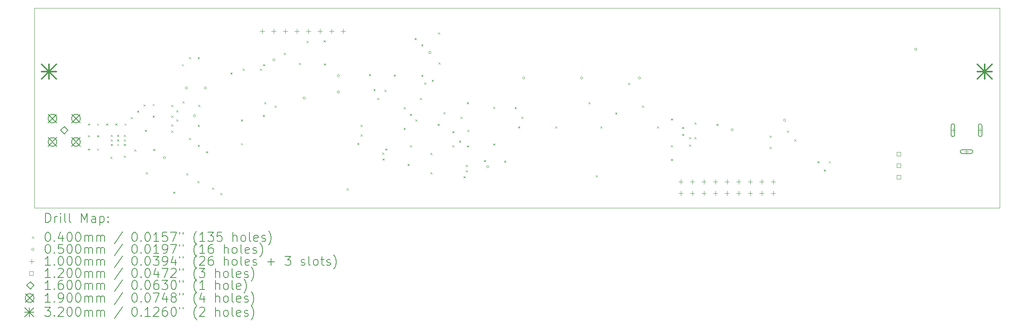
<source format=gbr>
%FSLAX45Y45*%
G04 Gerber Fmt 4.5, Leading zero omitted, Abs format (unit mm)*
G04 Created by KiCad (PCBNEW (6.0.0)) date 2022-08-27 11:07:17*
%MOMM*%
%LPD*%
G01*
G04 APERTURE LIST*
%TA.AperFunction,Profile*%
%ADD10C,0.100000*%
%TD*%
%ADD11C,0.200000*%
%ADD12C,0.040000*%
%ADD13C,0.050000*%
%ADD14C,0.100000*%
%ADD15C,0.120000*%
%ADD16C,0.160000*%
%ADD17C,0.190000*%
%ADD18C,0.320000*%
G04 APERTURE END LIST*
D10*
X2000000Y-10000000D02*
X23200000Y-10000000D01*
X23200000Y-10000000D02*
X23200000Y-14400000D01*
X23200000Y-14400000D02*
X2000000Y-14400000D01*
X2000000Y-14400000D02*
X2000000Y-10000000D01*
D11*
D12*
X3180000Y-12540000D02*
X3220000Y-12580000D01*
X3220000Y-12540000D02*
X3180000Y-12580000D01*
X3180000Y-12800000D02*
X3220000Y-12840000D01*
X3220000Y-12800000D02*
X3180000Y-12840000D01*
X3180000Y-13090000D02*
X3220000Y-13130000D01*
X3220000Y-13090000D02*
X3180000Y-13130000D01*
X3380000Y-12540000D02*
X3420000Y-12580000D01*
X3420000Y-12540000D02*
X3380000Y-12580000D01*
X3380000Y-12800000D02*
X3420000Y-12840000D01*
X3420000Y-12800000D02*
X3380000Y-12840000D01*
X3380000Y-13090000D02*
X3420000Y-13130000D01*
X3420000Y-13090000D02*
X3380000Y-13130000D01*
X3580000Y-12540000D02*
X3620000Y-12580000D01*
X3620000Y-12540000D02*
X3580000Y-12580000D01*
X3670000Y-13270000D02*
X3710000Y-13310000D01*
X3710000Y-13270000D02*
X3670000Y-13310000D01*
X3680000Y-12790000D02*
X3720000Y-12830000D01*
X3720000Y-12790000D02*
X3680000Y-12830000D01*
X3680000Y-12890000D02*
X3720000Y-12930000D01*
X3720000Y-12890000D02*
X3680000Y-12930000D01*
X3680000Y-12990000D02*
X3720000Y-13030000D01*
X3720000Y-12990000D02*
X3680000Y-13030000D01*
X3780000Y-12540000D02*
X3820000Y-12580000D01*
X3820000Y-12540000D02*
X3780000Y-12580000D01*
X3820000Y-12790000D02*
X3860000Y-12830000D01*
X3860000Y-12790000D02*
X3820000Y-12830000D01*
X3820000Y-12890000D02*
X3860000Y-12930000D01*
X3860000Y-12890000D02*
X3820000Y-12930000D01*
X3820000Y-12990000D02*
X3860000Y-13030000D01*
X3860000Y-12990000D02*
X3820000Y-13030000D01*
X3970000Y-12790000D02*
X4010000Y-12830000D01*
X4010000Y-12790000D02*
X3970000Y-12830000D01*
X3970000Y-12890000D02*
X4010000Y-12930000D01*
X4010000Y-12890000D02*
X3970000Y-12930000D01*
X3970000Y-12990000D02*
X4010000Y-13030000D01*
X4010000Y-12990000D02*
X3970000Y-13030000D01*
X3970000Y-13250000D02*
X4010000Y-13290000D01*
X4010000Y-13250000D02*
X3970000Y-13290000D01*
X3980000Y-12540000D02*
X4020000Y-12580000D01*
X4020000Y-12540000D02*
X3980000Y-12580000D01*
X4120000Y-12400000D02*
X4160000Y-12440000D01*
X4160000Y-12400000D02*
X4120000Y-12440000D01*
X4200000Y-13110000D02*
X4240000Y-13150000D01*
X4240000Y-13110000D02*
X4200000Y-13150000D01*
X4260000Y-12260000D02*
X4300000Y-12300000D01*
X4300000Y-12260000D02*
X4260000Y-12300000D01*
X4400000Y-12120000D02*
X4440000Y-12160000D01*
X4440000Y-12120000D02*
X4400000Y-12160000D01*
X4430000Y-12680000D02*
X4470000Y-12720000D01*
X4470000Y-12680000D02*
X4430000Y-12720000D01*
X4452500Y-13612500D02*
X4492500Y-13652500D01*
X4492500Y-13612500D02*
X4452500Y-13652500D01*
X4600000Y-12110000D02*
X4640000Y-12150000D01*
X4640000Y-12110000D02*
X4600000Y-12150000D01*
X4600000Y-12365000D02*
X4640000Y-12405000D01*
X4640000Y-12365000D02*
X4600000Y-12405000D01*
X4610000Y-13100000D02*
X4650000Y-13140000D01*
X4650000Y-13100000D02*
X4610000Y-13140000D01*
X5010000Y-12560000D02*
X5050000Y-12600000D01*
X5050000Y-12560000D02*
X5010000Y-12600000D01*
X5010000Y-12700000D02*
X5050000Y-12740000D01*
X5050000Y-12700000D02*
X5010000Y-12740000D01*
X5012500Y-12130000D02*
X5052500Y-12170000D01*
X5052500Y-12130000D02*
X5012500Y-12170000D01*
X5012500Y-12365000D02*
X5052500Y-12405000D01*
X5052500Y-12365000D02*
X5012500Y-12405000D01*
X5050000Y-14040000D02*
X5090000Y-14080000D01*
X5090000Y-14040000D02*
X5050000Y-14080000D01*
X5120000Y-12250000D02*
X5160000Y-12290000D01*
X5160000Y-12250000D02*
X5120000Y-12290000D01*
X5120000Y-12450000D02*
X5160000Y-12490000D01*
X5160000Y-12450000D02*
X5120000Y-12490000D01*
X5242500Y-11237500D02*
X5282500Y-11277500D01*
X5282500Y-11237500D02*
X5242500Y-11277500D01*
X5255000Y-12055000D02*
X5295000Y-12095000D01*
X5295000Y-12055000D02*
X5255000Y-12095000D01*
X5337500Y-13635000D02*
X5377500Y-13675000D01*
X5377500Y-13635000D02*
X5337500Y-13675000D01*
X5397500Y-11077500D02*
X5437500Y-11117500D01*
X5437500Y-11077500D02*
X5397500Y-11117500D01*
X5400000Y-12860000D02*
X5440000Y-12900000D01*
X5440000Y-12860000D02*
X5400000Y-12900000D01*
X5582500Y-13807500D02*
X5622500Y-13847500D01*
X5622500Y-13807500D02*
X5582500Y-13847500D01*
X5590000Y-11077500D02*
X5630000Y-11117500D01*
X5630000Y-11077500D02*
X5590000Y-11117500D01*
X5590000Y-12570000D02*
X5630000Y-12610000D01*
X5630000Y-12570000D02*
X5590000Y-12610000D01*
X5590000Y-13010000D02*
X5630000Y-13050000D01*
X5630000Y-13010000D02*
X5590000Y-13050000D01*
X5600000Y-12130000D02*
X5640000Y-12170000D01*
X5640000Y-12130000D02*
X5600000Y-12170000D01*
X5770000Y-13150000D02*
X5810000Y-13190000D01*
X5810000Y-13150000D02*
X5770000Y-13190000D01*
X5910000Y-13950000D02*
X5950000Y-13990000D01*
X5950000Y-13950000D02*
X5910000Y-13990000D01*
X6087500Y-14067500D02*
X6127500Y-14107500D01*
X6127500Y-14067500D02*
X6087500Y-14107500D01*
X6310000Y-11420000D02*
X6350000Y-11460000D01*
X6350000Y-11420000D02*
X6310000Y-11460000D01*
X6537500Y-12452500D02*
X6577500Y-12492500D01*
X6577500Y-12452500D02*
X6537500Y-12492500D01*
X6537500Y-12972500D02*
X6577500Y-13012500D01*
X6577500Y-12972500D02*
X6537500Y-13012500D01*
X6577500Y-11335000D02*
X6617500Y-11375000D01*
X6617500Y-11335000D02*
X6577500Y-11375000D01*
X6955000Y-11335000D02*
X6995000Y-11375000D01*
X6995000Y-11335000D02*
X6955000Y-11375000D01*
X7020000Y-12350000D02*
X7060000Y-12390000D01*
X7060000Y-12350000D02*
X7020000Y-12390000D01*
X7025000Y-11237500D02*
X7065000Y-11277500D01*
X7065000Y-11237500D02*
X7025000Y-11277500D01*
X7050000Y-12070000D02*
X7090000Y-12110000D01*
X7090000Y-12070000D02*
X7050000Y-12110000D01*
X7280000Y-12150000D02*
X7320000Y-12190000D01*
X7320000Y-12150000D02*
X7280000Y-12190000D01*
X7480000Y-10990000D02*
X7520000Y-11030000D01*
X7520000Y-10990000D02*
X7480000Y-11030000D01*
X7810000Y-11210000D02*
X7850000Y-11250000D01*
X7850000Y-11210000D02*
X7810000Y-11250000D01*
X7982500Y-10725000D02*
X8022500Y-10765000D01*
X8022500Y-10725000D02*
X7982500Y-10765000D01*
X8355000Y-10712500D02*
X8395000Y-10752500D01*
X8395000Y-10712500D02*
X8355000Y-10752500D01*
X8360000Y-11220000D02*
X8400000Y-11260000D01*
X8400000Y-11220000D02*
X8360000Y-11260000D01*
X8860000Y-13970000D02*
X8900000Y-14010000D01*
X8900000Y-13970000D02*
X8860000Y-14010000D01*
X9095000Y-12970000D02*
X9135000Y-13010000D01*
X9135000Y-12970000D02*
X9095000Y-13010000D01*
X9170000Y-12570000D02*
X9210000Y-12610000D01*
X9210000Y-12570000D02*
X9170000Y-12610000D01*
X9170000Y-12780000D02*
X9210000Y-12820000D01*
X9210000Y-12780000D02*
X9170000Y-12820000D01*
X9350000Y-11450000D02*
X9390000Y-11490000D01*
X9390000Y-11450000D02*
X9350000Y-11490000D01*
X9450000Y-11780000D02*
X9490000Y-11820000D01*
X9490000Y-11780000D02*
X9450000Y-11820000D01*
X9529412Y-11980000D02*
X9569412Y-12020000D01*
X9569412Y-11980000D02*
X9529412Y-12020000D01*
X9640000Y-13180000D02*
X9680000Y-13220000D01*
X9680000Y-13180000D02*
X9640000Y-13220000D01*
X9650000Y-13310000D02*
X9690000Y-13350000D01*
X9690000Y-13310000D02*
X9650000Y-13350000D01*
X9690000Y-11800000D02*
X9730000Y-11840000D01*
X9730000Y-11800000D02*
X9690000Y-11840000D01*
X9710000Y-13090000D02*
X9750000Y-13130000D01*
X9750000Y-13090000D02*
X9710000Y-13130000D01*
X9897500Y-11465000D02*
X9937500Y-11505000D01*
X9937500Y-11465000D02*
X9897500Y-11505000D01*
X10110000Y-12640000D02*
X10150000Y-12680000D01*
X10150000Y-12640000D02*
X10110000Y-12680000D01*
X10112500Y-12180000D02*
X10152500Y-12220000D01*
X10152500Y-12180000D02*
X10112500Y-12220000D01*
X10200000Y-13430000D02*
X10240000Y-13470000D01*
X10240000Y-13430000D02*
X10200000Y-13470000D01*
X10250000Y-12330000D02*
X10290000Y-12370000D01*
X10290000Y-12330000D02*
X10250000Y-12370000D01*
X10250000Y-13020000D02*
X10290000Y-13060000D01*
X10290000Y-13020000D02*
X10250000Y-13060000D01*
X10350000Y-10660000D02*
X10390000Y-10700000D01*
X10390000Y-10660000D02*
X10350000Y-10700000D01*
X10370000Y-12450000D02*
X10410000Y-12490000D01*
X10410000Y-12450000D02*
X10370000Y-12490000D01*
X10470000Y-11980000D02*
X10510000Y-12020000D01*
X10510000Y-11980000D02*
X10470000Y-12020000D01*
X10500000Y-10800000D02*
X10540000Y-10840000D01*
X10540000Y-10800000D02*
X10500000Y-10840000D01*
X10500000Y-11470000D02*
X10540000Y-11510000D01*
X10540000Y-11470000D02*
X10500000Y-11510000D01*
X10565000Y-11640000D02*
X10605000Y-11680000D01*
X10605000Y-11640000D02*
X10565000Y-11680000D01*
X10700000Y-13190000D02*
X10740000Y-13230000D01*
X10740000Y-13190000D02*
X10700000Y-13230000D01*
X10700000Y-13610000D02*
X10740000Y-13650000D01*
X10740000Y-13610000D02*
X10700000Y-13650000D01*
X10730000Y-11580000D02*
X10770000Y-11620000D01*
X10770000Y-11580000D02*
X10730000Y-11620000D01*
X10860000Y-12550000D02*
X10900000Y-12590000D01*
X10900000Y-12550000D02*
X10860000Y-12590000D01*
X10870000Y-10540000D02*
X10910000Y-10580000D01*
X10910000Y-10540000D02*
X10870000Y-10580000D01*
X10880000Y-11200000D02*
X10920000Y-11240000D01*
X10920000Y-11200000D02*
X10880000Y-11240000D01*
X10990000Y-12290000D02*
X11030000Y-12330000D01*
X11030000Y-12290000D02*
X10990000Y-12330000D01*
X11180000Y-12710000D02*
X11220000Y-12750000D01*
X11220000Y-12710000D02*
X11180000Y-12750000D01*
X11180000Y-13020000D02*
X11220000Y-13060000D01*
X11220000Y-13020000D02*
X11180000Y-13060000D01*
X11330000Y-12920000D02*
X11370000Y-12960000D01*
X11370000Y-12920000D02*
X11330000Y-12960000D01*
X11360000Y-12390000D02*
X11400000Y-12430000D01*
X11400000Y-12390000D02*
X11360000Y-12430000D01*
X11430000Y-13700000D02*
X11470000Y-13740000D01*
X11470000Y-13700000D02*
X11430000Y-13740000D01*
X11477500Y-13452500D02*
X11517500Y-13492500D01*
X11517500Y-13452500D02*
X11477500Y-13492500D01*
X11480000Y-13570000D02*
X11520000Y-13610000D01*
X11520000Y-13570000D02*
X11480000Y-13610000D01*
X11500000Y-12070000D02*
X11540000Y-12110000D01*
X11540000Y-12070000D02*
X11500000Y-12110000D01*
X11505000Y-13022500D02*
X11545000Y-13062500D01*
X11545000Y-13022500D02*
X11505000Y-13062500D01*
X11510000Y-12680000D02*
X11550000Y-12720000D01*
X11550000Y-12680000D02*
X11510000Y-12720000D01*
X11874500Y-13344500D02*
X11914500Y-13384500D01*
X11914500Y-13344500D02*
X11874500Y-13384500D01*
X12080000Y-12170000D02*
X12120000Y-12210000D01*
X12120000Y-12170000D02*
X12080000Y-12210000D01*
X12080000Y-12980000D02*
X12120000Y-13020000D01*
X12120000Y-12980000D02*
X12080000Y-13020000D01*
X12320000Y-13360000D02*
X12360000Y-13400000D01*
X12360000Y-13360000D02*
X12320000Y-13400000D01*
X12550000Y-12180000D02*
X12590000Y-12220000D01*
X12590000Y-12180000D02*
X12550000Y-12220000D01*
X12625000Y-12605000D02*
X12665000Y-12645000D01*
X12665000Y-12605000D02*
X12625000Y-12645000D01*
X12700000Y-12390000D02*
X12740000Y-12430000D01*
X12740000Y-12390000D02*
X12700000Y-12430000D01*
X13440000Y-12605000D02*
X13480000Y-12645000D01*
X13480000Y-12605000D02*
X13440000Y-12645000D01*
X14170000Y-12070000D02*
X14210000Y-12110000D01*
X14210000Y-12070000D02*
X14170000Y-12110000D01*
X14330000Y-13680000D02*
X14370000Y-13720000D01*
X14370000Y-13680000D02*
X14330000Y-13720000D01*
X14432500Y-12605000D02*
X14472500Y-12645000D01*
X14472500Y-12605000D02*
X14432500Y-12645000D01*
X14760000Y-12300000D02*
X14800000Y-12340000D01*
X14800000Y-12300000D02*
X14760000Y-12340000D01*
X15040000Y-11650000D02*
X15080000Y-11690000D01*
X15080000Y-11650000D02*
X15040000Y-11690000D01*
X15350000Y-12150000D02*
X15390000Y-12190000D01*
X15390000Y-12150000D02*
X15350000Y-12190000D01*
X15675000Y-12605000D02*
X15715000Y-12645000D01*
X15715000Y-12605000D02*
X15675000Y-12645000D01*
X15980000Y-12430000D02*
X16020000Y-12470000D01*
X16020000Y-12430000D02*
X15980000Y-12470000D01*
X15980000Y-13020000D02*
X16020000Y-13060000D01*
X16020000Y-13020000D02*
X15980000Y-13060000D01*
X15980000Y-13320000D02*
X16020000Y-13360000D01*
X16020000Y-13320000D02*
X15980000Y-13360000D01*
X16230000Y-12617550D02*
X16270000Y-12657550D01*
X16270000Y-12617550D02*
X16230000Y-12657550D01*
X16230000Y-12770050D02*
X16270000Y-12810050D01*
X16270000Y-12770050D02*
X16230000Y-12810050D01*
X16380000Y-12840001D02*
X16420000Y-12880001D01*
X16420000Y-12840001D02*
X16380000Y-12880001D01*
X16380000Y-13000000D02*
X16420000Y-13040000D01*
X16420000Y-13000000D02*
X16380000Y-13040000D01*
X16500000Y-12520000D02*
X16540000Y-12560000D01*
X16540000Y-12520000D02*
X16500000Y-12560000D01*
X16500000Y-12840001D02*
X16540000Y-12880001D01*
X16540000Y-12840001D02*
X16500000Y-12880001D01*
X16980000Y-12550000D02*
X17020000Y-12590000D01*
X17020000Y-12550000D02*
X16980000Y-12590000D01*
X18150000Y-12810000D02*
X18190000Y-12850000D01*
X18190000Y-12810000D02*
X18150000Y-12850000D01*
X18150000Y-13050000D02*
X18190000Y-13090000D01*
X18190000Y-13050000D02*
X18150000Y-13090000D01*
X18530000Y-12700000D02*
X18570000Y-12740000D01*
X18570000Y-12700000D02*
X18530000Y-12740000D01*
X18690000Y-12890000D02*
X18730000Y-12930000D01*
X18730000Y-12890000D02*
X18690000Y-12930000D01*
X19200000Y-13370000D02*
X19240000Y-13410000D01*
X19240000Y-13370000D02*
X19200000Y-13410000D01*
X19340000Y-13550000D02*
X19380000Y-13590000D01*
X19380000Y-13550000D02*
X19340000Y-13590000D01*
X19450000Y-13370000D02*
X19490000Y-13410000D01*
X19490000Y-13370000D02*
X19450000Y-13410000D01*
D13*
X4887500Y-13292500D02*
G75*
G03*
X4887500Y-13292500I-25000J0D01*
G01*
X5367550Y-11760000D02*
G75*
G03*
X5367550Y-11760000I-25000J0D01*
G01*
X5545000Y-12370000D02*
G75*
G03*
X5545000Y-12370000I-25000J0D01*
G01*
X5785000Y-11760000D02*
G75*
G03*
X5785000Y-11760000I-25000J0D01*
G01*
X7287500Y-11142500D02*
G75*
G03*
X7287500Y-11142500I-25000J0D01*
G01*
X7955000Y-11980000D02*
G75*
G03*
X7955000Y-11980000I-25000J0D01*
G01*
X8705000Y-11490000D02*
G75*
G03*
X8705000Y-11490000I-25000J0D01*
G01*
X8705000Y-11850000D02*
G75*
G03*
X8705000Y-11850000I-25000J0D01*
G01*
X10715000Y-10980000D02*
G75*
G03*
X10715000Y-10980000I-25000J0D01*
G01*
X11985000Y-13492500D02*
G75*
G03*
X11985000Y-13492500I-25000J0D01*
G01*
X12775000Y-11540000D02*
G75*
G03*
X12775000Y-11540000I-25000J0D01*
G01*
X14045000Y-11540000D02*
G75*
G03*
X14045000Y-11540000I-25000J0D01*
G01*
X15315000Y-11540000D02*
G75*
G03*
X15315000Y-11540000I-25000J0D01*
G01*
X17352500Y-12680000D02*
G75*
G03*
X17352500Y-12680000I-25000J0D01*
G01*
X18505000Y-12470000D02*
G75*
G03*
X18505000Y-12470000I-25000J0D01*
G01*
X21385000Y-10910000D02*
G75*
G03*
X21385000Y-10910000I-25000J0D01*
G01*
D14*
X7009500Y-10462500D02*
X7009500Y-10562500D01*
X6959500Y-10512500D02*
X7059500Y-10512500D01*
X7263500Y-10462500D02*
X7263500Y-10562500D01*
X7213500Y-10512500D02*
X7313500Y-10512500D01*
X7517500Y-10462500D02*
X7517500Y-10562500D01*
X7467500Y-10512500D02*
X7567500Y-10512500D01*
X7771500Y-10462500D02*
X7771500Y-10562500D01*
X7721500Y-10512500D02*
X7821500Y-10512500D01*
X8025500Y-10462500D02*
X8025500Y-10562500D01*
X7975500Y-10512500D02*
X8075500Y-10512500D01*
X8279500Y-10462500D02*
X8279500Y-10562500D01*
X8229500Y-10512500D02*
X8329500Y-10512500D01*
X8533500Y-10462500D02*
X8533500Y-10562500D01*
X8483500Y-10512500D02*
X8583500Y-10512500D01*
X8787500Y-10462500D02*
X8787500Y-10562500D01*
X8737500Y-10512500D02*
X8837500Y-10512500D01*
X16197500Y-13770000D02*
X16197500Y-13870000D01*
X16147500Y-13820000D02*
X16247500Y-13820000D01*
X16197500Y-14024000D02*
X16197500Y-14124000D01*
X16147500Y-14074000D02*
X16247500Y-14074000D01*
X16451500Y-13770000D02*
X16451500Y-13870000D01*
X16401500Y-13820000D02*
X16501500Y-13820000D01*
X16451500Y-14024000D02*
X16451500Y-14124000D01*
X16401500Y-14074000D02*
X16501500Y-14074000D01*
X16705500Y-13770000D02*
X16705500Y-13870000D01*
X16655500Y-13820000D02*
X16755500Y-13820000D01*
X16705500Y-14024000D02*
X16705500Y-14124000D01*
X16655500Y-14074000D02*
X16755500Y-14074000D01*
X16959500Y-13770000D02*
X16959500Y-13870000D01*
X16909500Y-13820000D02*
X17009500Y-13820000D01*
X16959500Y-14024000D02*
X16959500Y-14124000D01*
X16909500Y-14074000D02*
X17009500Y-14074000D01*
X17213500Y-13770000D02*
X17213500Y-13870000D01*
X17163500Y-13820000D02*
X17263500Y-13820000D01*
X17213500Y-14024000D02*
X17213500Y-14124000D01*
X17163500Y-14074000D02*
X17263500Y-14074000D01*
X17467500Y-13770000D02*
X17467500Y-13870000D01*
X17417500Y-13820000D02*
X17517500Y-13820000D01*
X17467500Y-14024000D02*
X17467500Y-14124000D01*
X17417500Y-14074000D02*
X17517500Y-14074000D01*
X17721500Y-13770000D02*
X17721500Y-13870000D01*
X17671500Y-13820000D02*
X17771500Y-13820000D01*
X17721500Y-14024000D02*
X17721500Y-14124000D01*
X17671500Y-14074000D02*
X17771500Y-14074000D01*
X17975500Y-13770000D02*
X17975500Y-13870000D01*
X17925500Y-13820000D02*
X18025500Y-13820000D01*
X17975500Y-14024000D02*
X17975500Y-14124000D01*
X17925500Y-14074000D02*
X18025500Y-14074000D01*
X18229500Y-13770000D02*
X18229500Y-13870000D01*
X18179500Y-13820000D02*
X18279500Y-13820000D01*
X18229500Y-14024000D02*
X18229500Y-14124000D01*
X18179500Y-14074000D02*
X18279500Y-14074000D01*
X22175000Y-12640000D02*
X22175000Y-12740000D01*
X22125000Y-12690000D02*
X22225000Y-12690000D01*
D11*
X22215000Y-12790000D02*
X22215000Y-12590000D01*
X22135000Y-12790000D02*
X22135000Y-12590000D01*
X22215000Y-12590000D02*
G75*
G03*
X22135000Y-12590000I-40000J0D01*
G01*
X22135000Y-12790000D02*
G75*
G03*
X22215000Y-12790000I40000J0D01*
G01*
D14*
X22475000Y-13110000D02*
X22475000Y-13210000D01*
X22425000Y-13160000D02*
X22525000Y-13160000D01*
D11*
X22575000Y-13120000D02*
X22375000Y-13120000D01*
X22575000Y-13200000D02*
X22375000Y-13200000D01*
X22375000Y-13120000D02*
G75*
G03*
X22375000Y-13200000I0J-40000D01*
G01*
X22575000Y-13200000D02*
G75*
G03*
X22575000Y-13120000I0J40000D01*
G01*
D14*
X22775000Y-12640000D02*
X22775000Y-12740000D01*
X22725000Y-12690000D02*
X22825000Y-12690000D01*
D11*
X22815000Y-12790000D02*
X22815000Y-12590000D01*
X22735000Y-12790000D02*
X22735000Y-12590000D01*
X22815000Y-12590000D02*
G75*
G03*
X22735000Y-12590000I-40000J0D01*
G01*
X22735000Y-12790000D02*
G75*
G03*
X22815000Y-12790000I40000J0D01*
G01*
D15*
X21026227Y-13259177D02*
X21026227Y-13174323D01*
X20941373Y-13174323D01*
X20941373Y-13259177D01*
X21026227Y-13259177D01*
X21026227Y-13513177D02*
X21026227Y-13428323D01*
X20941373Y-13428323D01*
X20941373Y-13513177D01*
X21026227Y-13513177D01*
X21026227Y-13767177D02*
X21026227Y-13682323D01*
X20941373Y-13682323D01*
X20941373Y-13767177D01*
X21026227Y-13767177D01*
D16*
X2660000Y-12770000D02*
X2740000Y-12690000D01*
X2660000Y-12610000D01*
X2580000Y-12690000D01*
X2660000Y-12770000D01*
D17*
X2307500Y-12337500D02*
X2497500Y-12527500D01*
X2497500Y-12337500D02*
X2307500Y-12527500D01*
X2497500Y-12432500D02*
G75*
G03*
X2497500Y-12432500I-95000J0D01*
G01*
X2307500Y-12852500D02*
X2497500Y-13042500D01*
X2497500Y-12852500D02*
X2307500Y-13042500D01*
X2497500Y-12947500D02*
G75*
G03*
X2497500Y-12947500I-95000J0D01*
G01*
X2822500Y-12337500D02*
X3012500Y-12527500D01*
X3012500Y-12337500D02*
X2822500Y-12527500D01*
X3012500Y-12432500D02*
G75*
G03*
X3012500Y-12432500I-95000J0D01*
G01*
X2822500Y-12852500D02*
X3012500Y-13042500D01*
X3012500Y-12852500D02*
X2822500Y-13042500D01*
X3012500Y-12947500D02*
G75*
G03*
X3012500Y-12947500I-95000J0D01*
G01*
D18*
X2165000Y-11240000D02*
X2485000Y-11560000D01*
X2485000Y-11240000D02*
X2165000Y-11560000D01*
X2325000Y-11240000D02*
X2325000Y-11560000D01*
X2165000Y-11400000D02*
X2485000Y-11400000D01*
X22715000Y-11240000D02*
X23035000Y-11560000D01*
X23035000Y-11240000D02*
X22715000Y-11560000D01*
X22875000Y-11240000D02*
X22875000Y-11560000D01*
X22715000Y-11400000D02*
X23035000Y-11400000D01*
D11*
X2252619Y-14715476D02*
X2252619Y-14515476D01*
X2300238Y-14515476D01*
X2328810Y-14525000D01*
X2347857Y-14544048D01*
X2357381Y-14563095D01*
X2366905Y-14601190D01*
X2366905Y-14629762D01*
X2357381Y-14667857D01*
X2347857Y-14686905D01*
X2328810Y-14705952D01*
X2300238Y-14715476D01*
X2252619Y-14715476D01*
X2452619Y-14715476D02*
X2452619Y-14582143D01*
X2452619Y-14620238D02*
X2462143Y-14601190D01*
X2471667Y-14591667D01*
X2490714Y-14582143D01*
X2509762Y-14582143D01*
X2576429Y-14715476D02*
X2576429Y-14582143D01*
X2576429Y-14515476D02*
X2566905Y-14525000D01*
X2576429Y-14534524D01*
X2585952Y-14525000D01*
X2576429Y-14515476D01*
X2576429Y-14534524D01*
X2700238Y-14715476D02*
X2681190Y-14705952D01*
X2671667Y-14686905D01*
X2671667Y-14515476D01*
X2805000Y-14715476D02*
X2785952Y-14705952D01*
X2776429Y-14686905D01*
X2776429Y-14515476D01*
X3033571Y-14715476D02*
X3033571Y-14515476D01*
X3100238Y-14658333D01*
X3166905Y-14515476D01*
X3166905Y-14715476D01*
X3347857Y-14715476D02*
X3347857Y-14610714D01*
X3338333Y-14591667D01*
X3319286Y-14582143D01*
X3281190Y-14582143D01*
X3262143Y-14591667D01*
X3347857Y-14705952D02*
X3328809Y-14715476D01*
X3281190Y-14715476D01*
X3262143Y-14705952D01*
X3252619Y-14686905D01*
X3252619Y-14667857D01*
X3262143Y-14648809D01*
X3281190Y-14639286D01*
X3328809Y-14639286D01*
X3347857Y-14629762D01*
X3443095Y-14582143D02*
X3443095Y-14782143D01*
X3443095Y-14591667D02*
X3462143Y-14582143D01*
X3500238Y-14582143D01*
X3519286Y-14591667D01*
X3528809Y-14601190D01*
X3538333Y-14620238D01*
X3538333Y-14677381D01*
X3528809Y-14696428D01*
X3519286Y-14705952D01*
X3500238Y-14715476D01*
X3462143Y-14715476D01*
X3443095Y-14705952D01*
X3624048Y-14696428D02*
X3633571Y-14705952D01*
X3624048Y-14715476D01*
X3614524Y-14705952D01*
X3624048Y-14696428D01*
X3624048Y-14715476D01*
X3624048Y-14591667D02*
X3633571Y-14601190D01*
X3624048Y-14610714D01*
X3614524Y-14601190D01*
X3624048Y-14591667D01*
X3624048Y-14610714D01*
D12*
X1955000Y-15025000D02*
X1995000Y-15065000D01*
X1995000Y-15025000D02*
X1955000Y-15065000D01*
D11*
X2290714Y-14935476D02*
X2309762Y-14935476D01*
X2328810Y-14945000D01*
X2338333Y-14954524D01*
X2347857Y-14973571D01*
X2357381Y-15011667D01*
X2357381Y-15059286D01*
X2347857Y-15097381D01*
X2338333Y-15116428D01*
X2328810Y-15125952D01*
X2309762Y-15135476D01*
X2290714Y-15135476D01*
X2271667Y-15125952D01*
X2262143Y-15116428D01*
X2252619Y-15097381D01*
X2243095Y-15059286D01*
X2243095Y-15011667D01*
X2252619Y-14973571D01*
X2262143Y-14954524D01*
X2271667Y-14945000D01*
X2290714Y-14935476D01*
X2443095Y-15116428D02*
X2452619Y-15125952D01*
X2443095Y-15135476D01*
X2433571Y-15125952D01*
X2443095Y-15116428D01*
X2443095Y-15135476D01*
X2624048Y-15002143D02*
X2624048Y-15135476D01*
X2576429Y-14925952D02*
X2528810Y-15068809D01*
X2652619Y-15068809D01*
X2766905Y-14935476D02*
X2785952Y-14935476D01*
X2805000Y-14945000D01*
X2814524Y-14954524D01*
X2824048Y-14973571D01*
X2833571Y-15011667D01*
X2833571Y-15059286D01*
X2824048Y-15097381D01*
X2814524Y-15116428D01*
X2805000Y-15125952D01*
X2785952Y-15135476D01*
X2766905Y-15135476D01*
X2747857Y-15125952D01*
X2738333Y-15116428D01*
X2728810Y-15097381D01*
X2719286Y-15059286D01*
X2719286Y-15011667D01*
X2728810Y-14973571D01*
X2738333Y-14954524D01*
X2747857Y-14945000D01*
X2766905Y-14935476D01*
X2957381Y-14935476D02*
X2976428Y-14935476D01*
X2995476Y-14945000D01*
X3005000Y-14954524D01*
X3014524Y-14973571D01*
X3024048Y-15011667D01*
X3024048Y-15059286D01*
X3014524Y-15097381D01*
X3005000Y-15116428D01*
X2995476Y-15125952D01*
X2976428Y-15135476D01*
X2957381Y-15135476D01*
X2938333Y-15125952D01*
X2928809Y-15116428D01*
X2919286Y-15097381D01*
X2909762Y-15059286D01*
X2909762Y-15011667D01*
X2919286Y-14973571D01*
X2928809Y-14954524D01*
X2938333Y-14945000D01*
X2957381Y-14935476D01*
X3109762Y-15135476D02*
X3109762Y-15002143D01*
X3109762Y-15021190D02*
X3119286Y-15011667D01*
X3138333Y-15002143D01*
X3166905Y-15002143D01*
X3185952Y-15011667D01*
X3195476Y-15030714D01*
X3195476Y-15135476D01*
X3195476Y-15030714D02*
X3205000Y-15011667D01*
X3224048Y-15002143D01*
X3252619Y-15002143D01*
X3271667Y-15011667D01*
X3281190Y-15030714D01*
X3281190Y-15135476D01*
X3376428Y-15135476D02*
X3376428Y-15002143D01*
X3376428Y-15021190D02*
X3385952Y-15011667D01*
X3405000Y-15002143D01*
X3433571Y-15002143D01*
X3452619Y-15011667D01*
X3462143Y-15030714D01*
X3462143Y-15135476D01*
X3462143Y-15030714D02*
X3471667Y-15011667D01*
X3490714Y-15002143D01*
X3519286Y-15002143D01*
X3538333Y-15011667D01*
X3547857Y-15030714D01*
X3547857Y-15135476D01*
X3938333Y-14925952D02*
X3766905Y-15183095D01*
X4195476Y-14935476D02*
X4214524Y-14935476D01*
X4233571Y-14945000D01*
X4243095Y-14954524D01*
X4252619Y-14973571D01*
X4262143Y-15011667D01*
X4262143Y-15059286D01*
X4252619Y-15097381D01*
X4243095Y-15116428D01*
X4233571Y-15125952D01*
X4214524Y-15135476D01*
X4195476Y-15135476D01*
X4176428Y-15125952D01*
X4166905Y-15116428D01*
X4157381Y-15097381D01*
X4147857Y-15059286D01*
X4147857Y-15011667D01*
X4157381Y-14973571D01*
X4166905Y-14954524D01*
X4176428Y-14945000D01*
X4195476Y-14935476D01*
X4347857Y-15116428D02*
X4357381Y-15125952D01*
X4347857Y-15135476D01*
X4338333Y-15125952D01*
X4347857Y-15116428D01*
X4347857Y-15135476D01*
X4481190Y-14935476D02*
X4500238Y-14935476D01*
X4519286Y-14945000D01*
X4528810Y-14954524D01*
X4538333Y-14973571D01*
X4547857Y-15011667D01*
X4547857Y-15059286D01*
X4538333Y-15097381D01*
X4528810Y-15116428D01*
X4519286Y-15125952D01*
X4500238Y-15135476D01*
X4481190Y-15135476D01*
X4462143Y-15125952D01*
X4452619Y-15116428D01*
X4443095Y-15097381D01*
X4433571Y-15059286D01*
X4433571Y-15011667D01*
X4443095Y-14973571D01*
X4452619Y-14954524D01*
X4462143Y-14945000D01*
X4481190Y-14935476D01*
X4738333Y-15135476D02*
X4624048Y-15135476D01*
X4681190Y-15135476D02*
X4681190Y-14935476D01*
X4662143Y-14964048D01*
X4643095Y-14983095D01*
X4624048Y-14992619D01*
X4919286Y-14935476D02*
X4824048Y-14935476D01*
X4814524Y-15030714D01*
X4824048Y-15021190D01*
X4843095Y-15011667D01*
X4890714Y-15011667D01*
X4909762Y-15021190D01*
X4919286Y-15030714D01*
X4928810Y-15049762D01*
X4928810Y-15097381D01*
X4919286Y-15116428D01*
X4909762Y-15125952D01*
X4890714Y-15135476D01*
X4843095Y-15135476D01*
X4824048Y-15125952D01*
X4814524Y-15116428D01*
X4995476Y-14935476D02*
X5128810Y-14935476D01*
X5043095Y-15135476D01*
X5195476Y-14935476D02*
X5195476Y-14973571D01*
X5271667Y-14935476D02*
X5271667Y-14973571D01*
X5566905Y-15211667D02*
X5557381Y-15202143D01*
X5538333Y-15173571D01*
X5528810Y-15154524D01*
X5519286Y-15125952D01*
X5509762Y-15078333D01*
X5509762Y-15040238D01*
X5519286Y-14992619D01*
X5528810Y-14964048D01*
X5538333Y-14945000D01*
X5557381Y-14916428D01*
X5566905Y-14906905D01*
X5747857Y-15135476D02*
X5633571Y-15135476D01*
X5690714Y-15135476D02*
X5690714Y-14935476D01*
X5671667Y-14964048D01*
X5652619Y-14983095D01*
X5633571Y-14992619D01*
X5814524Y-14935476D02*
X5938333Y-14935476D01*
X5871667Y-15011667D01*
X5900238Y-15011667D01*
X5919286Y-15021190D01*
X5928809Y-15030714D01*
X5938333Y-15049762D01*
X5938333Y-15097381D01*
X5928809Y-15116428D01*
X5919286Y-15125952D01*
X5900238Y-15135476D01*
X5843095Y-15135476D01*
X5824048Y-15125952D01*
X5814524Y-15116428D01*
X6119286Y-14935476D02*
X6024048Y-14935476D01*
X6014524Y-15030714D01*
X6024048Y-15021190D01*
X6043095Y-15011667D01*
X6090714Y-15011667D01*
X6109762Y-15021190D01*
X6119286Y-15030714D01*
X6128809Y-15049762D01*
X6128809Y-15097381D01*
X6119286Y-15116428D01*
X6109762Y-15125952D01*
X6090714Y-15135476D01*
X6043095Y-15135476D01*
X6024048Y-15125952D01*
X6014524Y-15116428D01*
X6366905Y-15135476D02*
X6366905Y-14935476D01*
X6452619Y-15135476D02*
X6452619Y-15030714D01*
X6443095Y-15011667D01*
X6424048Y-15002143D01*
X6395476Y-15002143D01*
X6376428Y-15011667D01*
X6366905Y-15021190D01*
X6576428Y-15135476D02*
X6557381Y-15125952D01*
X6547857Y-15116428D01*
X6538333Y-15097381D01*
X6538333Y-15040238D01*
X6547857Y-15021190D01*
X6557381Y-15011667D01*
X6576428Y-15002143D01*
X6605000Y-15002143D01*
X6624048Y-15011667D01*
X6633571Y-15021190D01*
X6643095Y-15040238D01*
X6643095Y-15097381D01*
X6633571Y-15116428D01*
X6624048Y-15125952D01*
X6605000Y-15135476D01*
X6576428Y-15135476D01*
X6757381Y-15135476D02*
X6738333Y-15125952D01*
X6728809Y-15106905D01*
X6728809Y-14935476D01*
X6909762Y-15125952D02*
X6890714Y-15135476D01*
X6852619Y-15135476D01*
X6833571Y-15125952D01*
X6824048Y-15106905D01*
X6824048Y-15030714D01*
X6833571Y-15011667D01*
X6852619Y-15002143D01*
X6890714Y-15002143D01*
X6909762Y-15011667D01*
X6919286Y-15030714D01*
X6919286Y-15049762D01*
X6824048Y-15068809D01*
X6995476Y-15125952D02*
X7014524Y-15135476D01*
X7052619Y-15135476D01*
X7071667Y-15125952D01*
X7081190Y-15106905D01*
X7081190Y-15097381D01*
X7071667Y-15078333D01*
X7052619Y-15068809D01*
X7024048Y-15068809D01*
X7005000Y-15059286D01*
X6995476Y-15040238D01*
X6995476Y-15030714D01*
X7005000Y-15011667D01*
X7024048Y-15002143D01*
X7052619Y-15002143D01*
X7071667Y-15011667D01*
X7147857Y-15211667D02*
X7157381Y-15202143D01*
X7176428Y-15173571D01*
X7185952Y-15154524D01*
X7195476Y-15125952D01*
X7205000Y-15078333D01*
X7205000Y-15040238D01*
X7195476Y-14992619D01*
X7185952Y-14964048D01*
X7176428Y-14945000D01*
X7157381Y-14916428D01*
X7147857Y-14906905D01*
D13*
X1995000Y-15309000D02*
G75*
G03*
X1995000Y-15309000I-25000J0D01*
G01*
D11*
X2290714Y-15199476D02*
X2309762Y-15199476D01*
X2328810Y-15209000D01*
X2338333Y-15218524D01*
X2347857Y-15237571D01*
X2357381Y-15275667D01*
X2357381Y-15323286D01*
X2347857Y-15361381D01*
X2338333Y-15380428D01*
X2328810Y-15389952D01*
X2309762Y-15399476D01*
X2290714Y-15399476D01*
X2271667Y-15389952D01*
X2262143Y-15380428D01*
X2252619Y-15361381D01*
X2243095Y-15323286D01*
X2243095Y-15275667D01*
X2252619Y-15237571D01*
X2262143Y-15218524D01*
X2271667Y-15209000D01*
X2290714Y-15199476D01*
X2443095Y-15380428D02*
X2452619Y-15389952D01*
X2443095Y-15399476D01*
X2433571Y-15389952D01*
X2443095Y-15380428D01*
X2443095Y-15399476D01*
X2633571Y-15199476D02*
X2538333Y-15199476D01*
X2528810Y-15294714D01*
X2538333Y-15285190D01*
X2557381Y-15275667D01*
X2605000Y-15275667D01*
X2624048Y-15285190D01*
X2633571Y-15294714D01*
X2643095Y-15313762D01*
X2643095Y-15361381D01*
X2633571Y-15380428D01*
X2624048Y-15389952D01*
X2605000Y-15399476D01*
X2557381Y-15399476D01*
X2538333Y-15389952D01*
X2528810Y-15380428D01*
X2766905Y-15199476D02*
X2785952Y-15199476D01*
X2805000Y-15209000D01*
X2814524Y-15218524D01*
X2824048Y-15237571D01*
X2833571Y-15275667D01*
X2833571Y-15323286D01*
X2824048Y-15361381D01*
X2814524Y-15380428D01*
X2805000Y-15389952D01*
X2785952Y-15399476D01*
X2766905Y-15399476D01*
X2747857Y-15389952D01*
X2738333Y-15380428D01*
X2728810Y-15361381D01*
X2719286Y-15323286D01*
X2719286Y-15275667D01*
X2728810Y-15237571D01*
X2738333Y-15218524D01*
X2747857Y-15209000D01*
X2766905Y-15199476D01*
X2957381Y-15199476D02*
X2976428Y-15199476D01*
X2995476Y-15209000D01*
X3005000Y-15218524D01*
X3014524Y-15237571D01*
X3024048Y-15275667D01*
X3024048Y-15323286D01*
X3014524Y-15361381D01*
X3005000Y-15380428D01*
X2995476Y-15389952D01*
X2976428Y-15399476D01*
X2957381Y-15399476D01*
X2938333Y-15389952D01*
X2928809Y-15380428D01*
X2919286Y-15361381D01*
X2909762Y-15323286D01*
X2909762Y-15275667D01*
X2919286Y-15237571D01*
X2928809Y-15218524D01*
X2938333Y-15209000D01*
X2957381Y-15199476D01*
X3109762Y-15399476D02*
X3109762Y-15266143D01*
X3109762Y-15285190D02*
X3119286Y-15275667D01*
X3138333Y-15266143D01*
X3166905Y-15266143D01*
X3185952Y-15275667D01*
X3195476Y-15294714D01*
X3195476Y-15399476D01*
X3195476Y-15294714D02*
X3205000Y-15275667D01*
X3224048Y-15266143D01*
X3252619Y-15266143D01*
X3271667Y-15275667D01*
X3281190Y-15294714D01*
X3281190Y-15399476D01*
X3376428Y-15399476D02*
X3376428Y-15266143D01*
X3376428Y-15285190D02*
X3385952Y-15275667D01*
X3405000Y-15266143D01*
X3433571Y-15266143D01*
X3452619Y-15275667D01*
X3462143Y-15294714D01*
X3462143Y-15399476D01*
X3462143Y-15294714D02*
X3471667Y-15275667D01*
X3490714Y-15266143D01*
X3519286Y-15266143D01*
X3538333Y-15275667D01*
X3547857Y-15294714D01*
X3547857Y-15399476D01*
X3938333Y-15189952D02*
X3766905Y-15447095D01*
X4195476Y-15199476D02*
X4214524Y-15199476D01*
X4233571Y-15209000D01*
X4243095Y-15218524D01*
X4252619Y-15237571D01*
X4262143Y-15275667D01*
X4262143Y-15323286D01*
X4252619Y-15361381D01*
X4243095Y-15380428D01*
X4233571Y-15389952D01*
X4214524Y-15399476D01*
X4195476Y-15399476D01*
X4176428Y-15389952D01*
X4166905Y-15380428D01*
X4157381Y-15361381D01*
X4147857Y-15323286D01*
X4147857Y-15275667D01*
X4157381Y-15237571D01*
X4166905Y-15218524D01*
X4176428Y-15209000D01*
X4195476Y-15199476D01*
X4347857Y-15380428D02*
X4357381Y-15389952D01*
X4347857Y-15399476D01*
X4338333Y-15389952D01*
X4347857Y-15380428D01*
X4347857Y-15399476D01*
X4481190Y-15199476D02*
X4500238Y-15199476D01*
X4519286Y-15209000D01*
X4528810Y-15218524D01*
X4538333Y-15237571D01*
X4547857Y-15275667D01*
X4547857Y-15323286D01*
X4538333Y-15361381D01*
X4528810Y-15380428D01*
X4519286Y-15389952D01*
X4500238Y-15399476D01*
X4481190Y-15399476D01*
X4462143Y-15389952D01*
X4452619Y-15380428D01*
X4443095Y-15361381D01*
X4433571Y-15323286D01*
X4433571Y-15275667D01*
X4443095Y-15237571D01*
X4452619Y-15218524D01*
X4462143Y-15209000D01*
X4481190Y-15199476D01*
X4738333Y-15399476D02*
X4624048Y-15399476D01*
X4681190Y-15399476D02*
X4681190Y-15199476D01*
X4662143Y-15228048D01*
X4643095Y-15247095D01*
X4624048Y-15256619D01*
X4833571Y-15399476D02*
X4871667Y-15399476D01*
X4890714Y-15389952D01*
X4900238Y-15380428D01*
X4919286Y-15351857D01*
X4928810Y-15313762D01*
X4928810Y-15237571D01*
X4919286Y-15218524D01*
X4909762Y-15209000D01*
X4890714Y-15199476D01*
X4852619Y-15199476D01*
X4833571Y-15209000D01*
X4824048Y-15218524D01*
X4814524Y-15237571D01*
X4814524Y-15285190D01*
X4824048Y-15304238D01*
X4833571Y-15313762D01*
X4852619Y-15323286D01*
X4890714Y-15323286D01*
X4909762Y-15313762D01*
X4919286Y-15304238D01*
X4928810Y-15285190D01*
X4995476Y-15199476D02*
X5128810Y-15199476D01*
X5043095Y-15399476D01*
X5195476Y-15199476D02*
X5195476Y-15237571D01*
X5271667Y-15199476D02*
X5271667Y-15237571D01*
X5566905Y-15475667D02*
X5557381Y-15466143D01*
X5538333Y-15437571D01*
X5528810Y-15418524D01*
X5519286Y-15389952D01*
X5509762Y-15342333D01*
X5509762Y-15304238D01*
X5519286Y-15256619D01*
X5528810Y-15228048D01*
X5538333Y-15209000D01*
X5557381Y-15180428D01*
X5566905Y-15170905D01*
X5747857Y-15399476D02*
X5633571Y-15399476D01*
X5690714Y-15399476D02*
X5690714Y-15199476D01*
X5671667Y-15228048D01*
X5652619Y-15247095D01*
X5633571Y-15256619D01*
X5919286Y-15199476D02*
X5881190Y-15199476D01*
X5862143Y-15209000D01*
X5852619Y-15218524D01*
X5833571Y-15247095D01*
X5824048Y-15285190D01*
X5824048Y-15361381D01*
X5833571Y-15380428D01*
X5843095Y-15389952D01*
X5862143Y-15399476D01*
X5900238Y-15399476D01*
X5919286Y-15389952D01*
X5928809Y-15380428D01*
X5938333Y-15361381D01*
X5938333Y-15313762D01*
X5928809Y-15294714D01*
X5919286Y-15285190D01*
X5900238Y-15275667D01*
X5862143Y-15275667D01*
X5843095Y-15285190D01*
X5833571Y-15294714D01*
X5824048Y-15313762D01*
X6176428Y-15399476D02*
X6176428Y-15199476D01*
X6262143Y-15399476D02*
X6262143Y-15294714D01*
X6252619Y-15275667D01*
X6233571Y-15266143D01*
X6205000Y-15266143D01*
X6185952Y-15275667D01*
X6176428Y-15285190D01*
X6385952Y-15399476D02*
X6366905Y-15389952D01*
X6357381Y-15380428D01*
X6347857Y-15361381D01*
X6347857Y-15304238D01*
X6357381Y-15285190D01*
X6366905Y-15275667D01*
X6385952Y-15266143D01*
X6414524Y-15266143D01*
X6433571Y-15275667D01*
X6443095Y-15285190D01*
X6452619Y-15304238D01*
X6452619Y-15361381D01*
X6443095Y-15380428D01*
X6433571Y-15389952D01*
X6414524Y-15399476D01*
X6385952Y-15399476D01*
X6566905Y-15399476D02*
X6547857Y-15389952D01*
X6538333Y-15370905D01*
X6538333Y-15199476D01*
X6719286Y-15389952D02*
X6700238Y-15399476D01*
X6662143Y-15399476D01*
X6643095Y-15389952D01*
X6633571Y-15370905D01*
X6633571Y-15294714D01*
X6643095Y-15275667D01*
X6662143Y-15266143D01*
X6700238Y-15266143D01*
X6719286Y-15275667D01*
X6728809Y-15294714D01*
X6728809Y-15313762D01*
X6633571Y-15332809D01*
X6805000Y-15389952D02*
X6824048Y-15399476D01*
X6862143Y-15399476D01*
X6881190Y-15389952D01*
X6890714Y-15370905D01*
X6890714Y-15361381D01*
X6881190Y-15342333D01*
X6862143Y-15332809D01*
X6833571Y-15332809D01*
X6814524Y-15323286D01*
X6805000Y-15304238D01*
X6805000Y-15294714D01*
X6814524Y-15275667D01*
X6833571Y-15266143D01*
X6862143Y-15266143D01*
X6881190Y-15275667D01*
X6957381Y-15475667D02*
X6966905Y-15466143D01*
X6985952Y-15437571D01*
X6995476Y-15418524D01*
X7005000Y-15389952D01*
X7014524Y-15342333D01*
X7014524Y-15304238D01*
X7005000Y-15256619D01*
X6995476Y-15228048D01*
X6985952Y-15209000D01*
X6966905Y-15180428D01*
X6957381Y-15170905D01*
D14*
X1945000Y-15523000D02*
X1945000Y-15623000D01*
X1895000Y-15573000D02*
X1995000Y-15573000D01*
D11*
X2357381Y-15663476D02*
X2243095Y-15663476D01*
X2300238Y-15663476D02*
X2300238Y-15463476D01*
X2281190Y-15492048D01*
X2262143Y-15511095D01*
X2243095Y-15520619D01*
X2443095Y-15644428D02*
X2452619Y-15653952D01*
X2443095Y-15663476D01*
X2433571Y-15653952D01*
X2443095Y-15644428D01*
X2443095Y-15663476D01*
X2576429Y-15463476D02*
X2595476Y-15463476D01*
X2614524Y-15473000D01*
X2624048Y-15482524D01*
X2633571Y-15501571D01*
X2643095Y-15539667D01*
X2643095Y-15587286D01*
X2633571Y-15625381D01*
X2624048Y-15644428D01*
X2614524Y-15653952D01*
X2595476Y-15663476D01*
X2576429Y-15663476D01*
X2557381Y-15653952D01*
X2547857Y-15644428D01*
X2538333Y-15625381D01*
X2528810Y-15587286D01*
X2528810Y-15539667D01*
X2538333Y-15501571D01*
X2547857Y-15482524D01*
X2557381Y-15473000D01*
X2576429Y-15463476D01*
X2766905Y-15463476D02*
X2785952Y-15463476D01*
X2805000Y-15473000D01*
X2814524Y-15482524D01*
X2824048Y-15501571D01*
X2833571Y-15539667D01*
X2833571Y-15587286D01*
X2824048Y-15625381D01*
X2814524Y-15644428D01*
X2805000Y-15653952D01*
X2785952Y-15663476D01*
X2766905Y-15663476D01*
X2747857Y-15653952D01*
X2738333Y-15644428D01*
X2728810Y-15625381D01*
X2719286Y-15587286D01*
X2719286Y-15539667D01*
X2728810Y-15501571D01*
X2738333Y-15482524D01*
X2747857Y-15473000D01*
X2766905Y-15463476D01*
X2957381Y-15463476D02*
X2976428Y-15463476D01*
X2995476Y-15473000D01*
X3005000Y-15482524D01*
X3014524Y-15501571D01*
X3024048Y-15539667D01*
X3024048Y-15587286D01*
X3014524Y-15625381D01*
X3005000Y-15644428D01*
X2995476Y-15653952D01*
X2976428Y-15663476D01*
X2957381Y-15663476D01*
X2938333Y-15653952D01*
X2928809Y-15644428D01*
X2919286Y-15625381D01*
X2909762Y-15587286D01*
X2909762Y-15539667D01*
X2919286Y-15501571D01*
X2928809Y-15482524D01*
X2938333Y-15473000D01*
X2957381Y-15463476D01*
X3109762Y-15663476D02*
X3109762Y-15530143D01*
X3109762Y-15549190D02*
X3119286Y-15539667D01*
X3138333Y-15530143D01*
X3166905Y-15530143D01*
X3185952Y-15539667D01*
X3195476Y-15558714D01*
X3195476Y-15663476D01*
X3195476Y-15558714D02*
X3205000Y-15539667D01*
X3224048Y-15530143D01*
X3252619Y-15530143D01*
X3271667Y-15539667D01*
X3281190Y-15558714D01*
X3281190Y-15663476D01*
X3376428Y-15663476D02*
X3376428Y-15530143D01*
X3376428Y-15549190D02*
X3385952Y-15539667D01*
X3405000Y-15530143D01*
X3433571Y-15530143D01*
X3452619Y-15539667D01*
X3462143Y-15558714D01*
X3462143Y-15663476D01*
X3462143Y-15558714D02*
X3471667Y-15539667D01*
X3490714Y-15530143D01*
X3519286Y-15530143D01*
X3538333Y-15539667D01*
X3547857Y-15558714D01*
X3547857Y-15663476D01*
X3938333Y-15453952D02*
X3766905Y-15711095D01*
X4195476Y-15463476D02*
X4214524Y-15463476D01*
X4233571Y-15473000D01*
X4243095Y-15482524D01*
X4252619Y-15501571D01*
X4262143Y-15539667D01*
X4262143Y-15587286D01*
X4252619Y-15625381D01*
X4243095Y-15644428D01*
X4233571Y-15653952D01*
X4214524Y-15663476D01*
X4195476Y-15663476D01*
X4176428Y-15653952D01*
X4166905Y-15644428D01*
X4157381Y-15625381D01*
X4147857Y-15587286D01*
X4147857Y-15539667D01*
X4157381Y-15501571D01*
X4166905Y-15482524D01*
X4176428Y-15473000D01*
X4195476Y-15463476D01*
X4347857Y-15644428D02*
X4357381Y-15653952D01*
X4347857Y-15663476D01*
X4338333Y-15653952D01*
X4347857Y-15644428D01*
X4347857Y-15663476D01*
X4481190Y-15463476D02*
X4500238Y-15463476D01*
X4519286Y-15473000D01*
X4528810Y-15482524D01*
X4538333Y-15501571D01*
X4547857Y-15539667D01*
X4547857Y-15587286D01*
X4538333Y-15625381D01*
X4528810Y-15644428D01*
X4519286Y-15653952D01*
X4500238Y-15663476D01*
X4481190Y-15663476D01*
X4462143Y-15653952D01*
X4452619Y-15644428D01*
X4443095Y-15625381D01*
X4433571Y-15587286D01*
X4433571Y-15539667D01*
X4443095Y-15501571D01*
X4452619Y-15482524D01*
X4462143Y-15473000D01*
X4481190Y-15463476D01*
X4614524Y-15463476D02*
X4738333Y-15463476D01*
X4671667Y-15539667D01*
X4700238Y-15539667D01*
X4719286Y-15549190D01*
X4728810Y-15558714D01*
X4738333Y-15577762D01*
X4738333Y-15625381D01*
X4728810Y-15644428D01*
X4719286Y-15653952D01*
X4700238Y-15663476D01*
X4643095Y-15663476D01*
X4624048Y-15653952D01*
X4614524Y-15644428D01*
X4833571Y-15663476D02*
X4871667Y-15663476D01*
X4890714Y-15653952D01*
X4900238Y-15644428D01*
X4919286Y-15615857D01*
X4928810Y-15577762D01*
X4928810Y-15501571D01*
X4919286Y-15482524D01*
X4909762Y-15473000D01*
X4890714Y-15463476D01*
X4852619Y-15463476D01*
X4833571Y-15473000D01*
X4824048Y-15482524D01*
X4814524Y-15501571D01*
X4814524Y-15549190D01*
X4824048Y-15568238D01*
X4833571Y-15577762D01*
X4852619Y-15587286D01*
X4890714Y-15587286D01*
X4909762Y-15577762D01*
X4919286Y-15568238D01*
X4928810Y-15549190D01*
X5100238Y-15530143D02*
X5100238Y-15663476D01*
X5052619Y-15453952D02*
X5005000Y-15596809D01*
X5128810Y-15596809D01*
X5195476Y-15463476D02*
X5195476Y-15501571D01*
X5271667Y-15463476D02*
X5271667Y-15501571D01*
X5566905Y-15739667D02*
X5557381Y-15730143D01*
X5538333Y-15701571D01*
X5528810Y-15682524D01*
X5519286Y-15653952D01*
X5509762Y-15606333D01*
X5509762Y-15568238D01*
X5519286Y-15520619D01*
X5528810Y-15492048D01*
X5538333Y-15473000D01*
X5557381Y-15444428D01*
X5566905Y-15434905D01*
X5633571Y-15482524D02*
X5643095Y-15473000D01*
X5662143Y-15463476D01*
X5709762Y-15463476D01*
X5728809Y-15473000D01*
X5738333Y-15482524D01*
X5747857Y-15501571D01*
X5747857Y-15520619D01*
X5738333Y-15549190D01*
X5624048Y-15663476D01*
X5747857Y-15663476D01*
X5919286Y-15463476D02*
X5881190Y-15463476D01*
X5862143Y-15473000D01*
X5852619Y-15482524D01*
X5833571Y-15511095D01*
X5824048Y-15549190D01*
X5824048Y-15625381D01*
X5833571Y-15644428D01*
X5843095Y-15653952D01*
X5862143Y-15663476D01*
X5900238Y-15663476D01*
X5919286Y-15653952D01*
X5928809Y-15644428D01*
X5938333Y-15625381D01*
X5938333Y-15577762D01*
X5928809Y-15558714D01*
X5919286Y-15549190D01*
X5900238Y-15539667D01*
X5862143Y-15539667D01*
X5843095Y-15549190D01*
X5833571Y-15558714D01*
X5824048Y-15577762D01*
X6176428Y-15663476D02*
X6176428Y-15463476D01*
X6262143Y-15663476D02*
X6262143Y-15558714D01*
X6252619Y-15539667D01*
X6233571Y-15530143D01*
X6205000Y-15530143D01*
X6185952Y-15539667D01*
X6176428Y-15549190D01*
X6385952Y-15663476D02*
X6366905Y-15653952D01*
X6357381Y-15644428D01*
X6347857Y-15625381D01*
X6347857Y-15568238D01*
X6357381Y-15549190D01*
X6366905Y-15539667D01*
X6385952Y-15530143D01*
X6414524Y-15530143D01*
X6433571Y-15539667D01*
X6443095Y-15549190D01*
X6452619Y-15568238D01*
X6452619Y-15625381D01*
X6443095Y-15644428D01*
X6433571Y-15653952D01*
X6414524Y-15663476D01*
X6385952Y-15663476D01*
X6566905Y-15663476D02*
X6547857Y-15653952D01*
X6538333Y-15634905D01*
X6538333Y-15463476D01*
X6719286Y-15653952D02*
X6700238Y-15663476D01*
X6662143Y-15663476D01*
X6643095Y-15653952D01*
X6633571Y-15634905D01*
X6633571Y-15558714D01*
X6643095Y-15539667D01*
X6662143Y-15530143D01*
X6700238Y-15530143D01*
X6719286Y-15539667D01*
X6728809Y-15558714D01*
X6728809Y-15577762D01*
X6633571Y-15596809D01*
X6805000Y-15653952D02*
X6824048Y-15663476D01*
X6862143Y-15663476D01*
X6881190Y-15653952D01*
X6890714Y-15634905D01*
X6890714Y-15625381D01*
X6881190Y-15606333D01*
X6862143Y-15596809D01*
X6833571Y-15596809D01*
X6814524Y-15587286D01*
X6805000Y-15568238D01*
X6805000Y-15558714D01*
X6814524Y-15539667D01*
X6833571Y-15530143D01*
X6862143Y-15530143D01*
X6881190Y-15539667D01*
X7128809Y-15587286D02*
X7281190Y-15587286D01*
X7205000Y-15663476D02*
X7205000Y-15511095D01*
X7509762Y-15463476D02*
X7633571Y-15463476D01*
X7566905Y-15539667D01*
X7595476Y-15539667D01*
X7614524Y-15549190D01*
X7624048Y-15558714D01*
X7633571Y-15577762D01*
X7633571Y-15625381D01*
X7624048Y-15644428D01*
X7614524Y-15653952D01*
X7595476Y-15663476D01*
X7538333Y-15663476D01*
X7519286Y-15653952D01*
X7509762Y-15644428D01*
X7862143Y-15653952D02*
X7881190Y-15663476D01*
X7919286Y-15663476D01*
X7938333Y-15653952D01*
X7947857Y-15634905D01*
X7947857Y-15625381D01*
X7938333Y-15606333D01*
X7919286Y-15596809D01*
X7890714Y-15596809D01*
X7871667Y-15587286D01*
X7862143Y-15568238D01*
X7862143Y-15558714D01*
X7871667Y-15539667D01*
X7890714Y-15530143D01*
X7919286Y-15530143D01*
X7938333Y-15539667D01*
X8062143Y-15663476D02*
X8043095Y-15653952D01*
X8033571Y-15634905D01*
X8033571Y-15463476D01*
X8166905Y-15663476D02*
X8147857Y-15653952D01*
X8138333Y-15644428D01*
X8128809Y-15625381D01*
X8128809Y-15568238D01*
X8138333Y-15549190D01*
X8147857Y-15539667D01*
X8166905Y-15530143D01*
X8195476Y-15530143D01*
X8214524Y-15539667D01*
X8224048Y-15549190D01*
X8233571Y-15568238D01*
X8233571Y-15625381D01*
X8224048Y-15644428D01*
X8214524Y-15653952D01*
X8195476Y-15663476D01*
X8166905Y-15663476D01*
X8290714Y-15530143D02*
X8366905Y-15530143D01*
X8319286Y-15463476D02*
X8319286Y-15634905D01*
X8328809Y-15653952D01*
X8347857Y-15663476D01*
X8366905Y-15663476D01*
X8424048Y-15653952D02*
X8443095Y-15663476D01*
X8481190Y-15663476D01*
X8500238Y-15653952D01*
X8509762Y-15634905D01*
X8509762Y-15625381D01*
X8500238Y-15606333D01*
X8481190Y-15596809D01*
X8452619Y-15596809D01*
X8433571Y-15587286D01*
X8424048Y-15568238D01*
X8424048Y-15558714D01*
X8433571Y-15539667D01*
X8452619Y-15530143D01*
X8481190Y-15530143D01*
X8500238Y-15539667D01*
X8576429Y-15739667D02*
X8585952Y-15730143D01*
X8605000Y-15701571D01*
X8614524Y-15682524D01*
X8624048Y-15653952D01*
X8633571Y-15606333D01*
X8633571Y-15568238D01*
X8624048Y-15520619D01*
X8614524Y-15492048D01*
X8605000Y-15473000D01*
X8585952Y-15444428D01*
X8576429Y-15434905D01*
D15*
X1977427Y-15879427D02*
X1977427Y-15794573D01*
X1892573Y-15794573D01*
X1892573Y-15879427D01*
X1977427Y-15879427D01*
D11*
X2357381Y-15927476D02*
X2243095Y-15927476D01*
X2300238Y-15927476D02*
X2300238Y-15727476D01*
X2281190Y-15756048D01*
X2262143Y-15775095D01*
X2243095Y-15784619D01*
X2443095Y-15908428D02*
X2452619Y-15917952D01*
X2443095Y-15927476D01*
X2433571Y-15917952D01*
X2443095Y-15908428D01*
X2443095Y-15927476D01*
X2528810Y-15746524D02*
X2538333Y-15737000D01*
X2557381Y-15727476D01*
X2605000Y-15727476D01*
X2624048Y-15737000D01*
X2633571Y-15746524D01*
X2643095Y-15765571D01*
X2643095Y-15784619D01*
X2633571Y-15813190D01*
X2519286Y-15927476D01*
X2643095Y-15927476D01*
X2766905Y-15727476D02*
X2785952Y-15727476D01*
X2805000Y-15737000D01*
X2814524Y-15746524D01*
X2824048Y-15765571D01*
X2833571Y-15803667D01*
X2833571Y-15851286D01*
X2824048Y-15889381D01*
X2814524Y-15908428D01*
X2805000Y-15917952D01*
X2785952Y-15927476D01*
X2766905Y-15927476D01*
X2747857Y-15917952D01*
X2738333Y-15908428D01*
X2728810Y-15889381D01*
X2719286Y-15851286D01*
X2719286Y-15803667D01*
X2728810Y-15765571D01*
X2738333Y-15746524D01*
X2747857Y-15737000D01*
X2766905Y-15727476D01*
X2957381Y-15727476D02*
X2976428Y-15727476D01*
X2995476Y-15737000D01*
X3005000Y-15746524D01*
X3014524Y-15765571D01*
X3024048Y-15803667D01*
X3024048Y-15851286D01*
X3014524Y-15889381D01*
X3005000Y-15908428D01*
X2995476Y-15917952D01*
X2976428Y-15927476D01*
X2957381Y-15927476D01*
X2938333Y-15917952D01*
X2928809Y-15908428D01*
X2919286Y-15889381D01*
X2909762Y-15851286D01*
X2909762Y-15803667D01*
X2919286Y-15765571D01*
X2928809Y-15746524D01*
X2938333Y-15737000D01*
X2957381Y-15727476D01*
X3109762Y-15927476D02*
X3109762Y-15794143D01*
X3109762Y-15813190D02*
X3119286Y-15803667D01*
X3138333Y-15794143D01*
X3166905Y-15794143D01*
X3185952Y-15803667D01*
X3195476Y-15822714D01*
X3195476Y-15927476D01*
X3195476Y-15822714D02*
X3205000Y-15803667D01*
X3224048Y-15794143D01*
X3252619Y-15794143D01*
X3271667Y-15803667D01*
X3281190Y-15822714D01*
X3281190Y-15927476D01*
X3376428Y-15927476D02*
X3376428Y-15794143D01*
X3376428Y-15813190D02*
X3385952Y-15803667D01*
X3405000Y-15794143D01*
X3433571Y-15794143D01*
X3452619Y-15803667D01*
X3462143Y-15822714D01*
X3462143Y-15927476D01*
X3462143Y-15822714D02*
X3471667Y-15803667D01*
X3490714Y-15794143D01*
X3519286Y-15794143D01*
X3538333Y-15803667D01*
X3547857Y-15822714D01*
X3547857Y-15927476D01*
X3938333Y-15717952D02*
X3766905Y-15975095D01*
X4195476Y-15727476D02*
X4214524Y-15727476D01*
X4233571Y-15737000D01*
X4243095Y-15746524D01*
X4252619Y-15765571D01*
X4262143Y-15803667D01*
X4262143Y-15851286D01*
X4252619Y-15889381D01*
X4243095Y-15908428D01*
X4233571Y-15917952D01*
X4214524Y-15927476D01*
X4195476Y-15927476D01*
X4176428Y-15917952D01*
X4166905Y-15908428D01*
X4157381Y-15889381D01*
X4147857Y-15851286D01*
X4147857Y-15803667D01*
X4157381Y-15765571D01*
X4166905Y-15746524D01*
X4176428Y-15737000D01*
X4195476Y-15727476D01*
X4347857Y-15908428D02*
X4357381Y-15917952D01*
X4347857Y-15927476D01*
X4338333Y-15917952D01*
X4347857Y-15908428D01*
X4347857Y-15927476D01*
X4481190Y-15727476D02*
X4500238Y-15727476D01*
X4519286Y-15737000D01*
X4528810Y-15746524D01*
X4538333Y-15765571D01*
X4547857Y-15803667D01*
X4547857Y-15851286D01*
X4538333Y-15889381D01*
X4528810Y-15908428D01*
X4519286Y-15917952D01*
X4500238Y-15927476D01*
X4481190Y-15927476D01*
X4462143Y-15917952D01*
X4452619Y-15908428D01*
X4443095Y-15889381D01*
X4433571Y-15851286D01*
X4433571Y-15803667D01*
X4443095Y-15765571D01*
X4452619Y-15746524D01*
X4462143Y-15737000D01*
X4481190Y-15727476D01*
X4719286Y-15794143D02*
X4719286Y-15927476D01*
X4671667Y-15717952D02*
X4624048Y-15860809D01*
X4747857Y-15860809D01*
X4805000Y-15727476D02*
X4938333Y-15727476D01*
X4852619Y-15927476D01*
X5005000Y-15746524D02*
X5014524Y-15737000D01*
X5033571Y-15727476D01*
X5081190Y-15727476D01*
X5100238Y-15737000D01*
X5109762Y-15746524D01*
X5119286Y-15765571D01*
X5119286Y-15784619D01*
X5109762Y-15813190D01*
X4995476Y-15927476D01*
X5119286Y-15927476D01*
X5195476Y-15727476D02*
X5195476Y-15765571D01*
X5271667Y-15727476D02*
X5271667Y-15765571D01*
X5566905Y-16003667D02*
X5557381Y-15994143D01*
X5538333Y-15965571D01*
X5528810Y-15946524D01*
X5519286Y-15917952D01*
X5509762Y-15870333D01*
X5509762Y-15832238D01*
X5519286Y-15784619D01*
X5528810Y-15756048D01*
X5538333Y-15737000D01*
X5557381Y-15708428D01*
X5566905Y-15698905D01*
X5624048Y-15727476D02*
X5747857Y-15727476D01*
X5681190Y-15803667D01*
X5709762Y-15803667D01*
X5728809Y-15813190D01*
X5738333Y-15822714D01*
X5747857Y-15841762D01*
X5747857Y-15889381D01*
X5738333Y-15908428D01*
X5728809Y-15917952D01*
X5709762Y-15927476D01*
X5652619Y-15927476D01*
X5633571Y-15917952D01*
X5624048Y-15908428D01*
X5985952Y-15927476D02*
X5985952Y-15727476D01*
X6071667Y-15927476D02*
X6071667Y-15822714D01*
X6062143Y-15803667D01*
X6043095Y-15794143D01*
X6014524Y-15794143D01*
X5995476Y-15803667D01*
X5985952Y-15813190D01*
X6195476Y-15927476D02*
X6176428Y-15917952D01*
X6166905Y-15908428D01*
X6157381Y-15889381D01*
X6157381Y-15832238D01*
X6166905Y-15813190D01*
X6176428Y-15803667D01*
X6195476Y-15794143D01*
X6224048Y-15794143D01*
X6243095Y-15803667D01*
X6252619Y-15813190D01*
X6262143Y-15832238D01*
X6262143Y-15889381D01*
X6252619Y-15908428D01*
X6243095Y-15917952D01*
X6224048Y-15927476D01*
X6195476Y-15927476D01*
X6376428Y-15927476D02*
X6357381Y-15917952D01*
X6347857Y-15898905D01*
X6347857Y-15727476D01*
X6528809Y-15917952D02*
X6509762Y-15927476D01*
X6471667Y-15927476D01*
X6452619Y-15917952D01*
X6443095Y-15898905D01*
X6443095Y-15822714D01*
X6452619Y-15803667D01*
X6471667Y-15794143D01*
X6509762Y-15794143D01*
X6528809Y-15803667D01*
X6538333Y-15822714D01*
X6538333Y-15841762D01*
X6443095Y-15860809D01*
X6614524Y-15917952D02*
X6633571Y-15927476D01*
X6671667Y-15927476D01*
X6690714Y-15917952D01*
X6700238Y-15898905D01*
X6700238Y-15889381D01*
X6690714Y-15870333D01*
X6671667Y-15860809D01*
X6643095Y-15860809D01*
X6624048Y-15851286D01*
X6614524Y-15832238D01*
X6614524Y-15822714D01*
X6624048Y-15803667D01*
X6643095Y-15794143D01*
X6671667Y-15794143D01*
X6690714Y-15803667D01*
X6766905Y-16003667D02*
X6776428Y-15994143D01*
X6795476Y-15965571D01*
X6805000Y-15946524D01*
X6814524Y-15917952D01*
X6824048Y-15870333D01*
X6824048Y-15832238D01*
X6814524Y-15784619D01*
X6805000Y-15756048D01*
X6795476Y-15737000D01*
X6776428Y-15708428D01*
X6766905Y-15698905D01*
D16*
X1915000Y-16181000D02*
X1995000Y-16101000D01*
X1915000Y-16021000D01*
X1835000Y-16101000D01*
X1915000Y-16181000D01*
D11*
X2357381Y-16191476D02*
X2243095Y-16191476D01*
X2300238Y-16191476D02*
X2300238Y-15991476D01*
X2281190Y-16020048D01*
X2262143Y-16039095D01*
X2243095Y-16048619D01*
X2443095Y-16172428D02*
X2452619Y-16181952D01*
X2443095Y-16191476D01*
X2433571Y-16181952D01*
X2443095Y-16172428D01*
X2443095Y-16191476D01*
X2624048Y-15991476D02*
X2585952Y-15991476D01*
X2566905Y-16001000D01*
X2557381Y-16010524D01*
X2538333Y-16039095D01*
X2528810Y-16077190D01*
X2528810Y-16153381D01*
X2538333Y-16172428D01*
X2547857Y-16181952D01*
X2566905Y-16191476D01*
X2605000Y-16191476D01*
X2624048Y-16181952D01*
X2633571Y-16172428D01*
X2643095Y-16153381D01*
X2643095Y-16105762D01*
X2633571Y-16086714D01*
X2624048Y-16077190D01*
X2605000Y-16067667D01*
X2566905Y-16067667D01*
X2547857Y-16077190D01*
X2538333Y-16086714D01*
X2528810Y-16105762D01*
X2766905Y-15991476D02*
X2785952Y-15991476D01*
X2805000Y-16001000D01*
X2814524Y-16010524D01*
X2824048Y-16029571D01*
X2833571Y-16067667D01*
X2833571Y-16115286D01*
X2824048Y-16153381D01*
X2814524Y-16172428D01*
X2805000Y-16181952D01*
X2785952Y-16191476D01*
X2766905Y-16191476D01*
X2747857Y-16181952D01*
X2738333Y-16172428D01*
X2728810Y-16153381D01*
X2719286Y-16115286D01*
X2719286Y-16067667D01*
X2728810Y-16029571D01*
X2738333Y-16010524D01*
X2747857Y-16001000D01*
X2766905Y-15991476D01*
X2957381Y-15991476D02*
X2976428Y-15991476D01*
X2995476Y-16001000D01*
X3005000Y-16010524D01*
X3014524Y-16029571D01*
X3024048Y-16067667D01*
X3024048Y-16115286D01*
X3014524Y-16153381D01*
X3005000Y-16172428D01*
X2995476Y-16181952D01*
X2976428Y-16191476D01*
X2957381Y-16191476D01*
X2938333Y-16181952D01*
X2928809Y-16172428D01*
X2919286Y-16153381D01*
X2909762Y-16115286D01*
X2909762Y-16067667D01*
X2919286Y-16029571D01*
X2928809Y-16010524D01*
X2938333Y-16001000D01*
X2957381Y-15991476D01*
X3109762Y-16191476D02*
X3109762Y-16058143D01*
X3109762Y-16077190D02*
X3119286Y-16067667D01*
X3138333Y-16058143D01*
X3166905Y-16058143D01*
X3185952Y-16067667D01*
X3195476Y-16086714D01*
X3195476Y-16191476D01*
X3195476Y-16086714D02*
X3205000Y-16067667D01*
X3224048Y-16058143D01*
X3252619Y-16058143D01*
X3271667Y-16067667D01*
X3281190Y-16086714D01*
X3281190Y-16191476D01*
X3376428Y-16191476D02*
X3376428Y-16058143D01*
X3376428Y-16077190D02*
X3385952Y-16067667D01*
X3405000Y-16058143D01*
X3433571Y-16058143D01*
X3452619Y-16067667D01*
X3462143Y-16086714D01*
X3462143Y-16191476D01*
X3462143Y-16086714D02*
X3471667Y-16067667D01*
X3490714Y-16058143D01*
X3519286Y-16058143D01*
X3538333Y-16067667D01*
X3547857Y-16086714D01*
X3547857Y-16191476D01*
X3938333Y-15981952D02*
X3766905Y-16239095D01*
X4195476Y-15991476D02*
X4214524Y-15991476D01*
X4233571Y-16001000D01*
X4243095Y-16010524D01*
X4252619Y-16029571D01*
X4262143Y-16067667D01*
X4262143Y-16115286D01*
X4252619Y-16153381D01*
X4243095Y-16172428D01*
X4233571Y-16181952D01*
X4214524Y-16191476D01*
X4195476Y-16191476D01*
X4176428Y-16181952D01*
X4166905Y-16172428D01*
X4157381Y-16153381D01*
X4147857Y-16115286D01*
X4147857Y-16067667D01*
X4157381Y-16029571D01*
X4166905Y-16010524D01*
X4176428Y-16001000D01*
X4195476Y-15991476D01*
X4347857Y-16172428D02*
X4357381Y-16181952D01*
X4347857Y-16191476D01*
X4338333Y-16181952D01*
X4347857Y-16172428D01*
X4347857Y-16191476D01*
X4481190Y-15991476D02*
X4500238Y-15991476D01*
X4519286Y-16001000D01*
X4528810Y-16010524D01*
X4538333Y-16029571D01*
X4547857Y-16067667D01*
X4547857Y-16115286D01*
X4538333Y-16153381D01*
X4528810Y-16172428D01*
X4519286Y-16181952D01*
X4500238Y-16191476D01*
X4481190Y-16191476D01*
X4462143Y-16181952D01*
X4452619Y-16172428D01*
X4443095Y-16153381D01*
X4433571Y-16115286D01*
X4433571Y-16067667D01*
X4443095Y-16029571D01*
X4452619Y-16010524D01*
X4462143Y-16001000D01*
X4481190Y-15991476D01*
X4719286Y-15991476D02*
X4681190Y-15991476D01*
X4662143Y-16001000D01*
X4652619Y-16010524D01*
X4633571Y-16039095D01*
X4624048Y-16077190D01*
X4624048Y-16153381D01*
X4633571Y-16172428D01*
X4643095Y-16181952D01*
X4662143Y-16191476D01*
X4700238Y-16191476D01*
X4719286Y-16181952D01*
X4728810Y-16172428D01*
X4738333Y-16153381D01*
X4738333Y-16105762D01*
X4728810Y-16086714D01*
X4719286Y-16077190D01*
X4700238Y-16067667D01*
X4662143Y-16067667D01*
X4643095Y-16077190D01*
X4633571Y-16086714D01*
X4624048Y-16105762D01*
X4805000Y-15991476D02*
X4928810Y-15991476D01*
X4862143Y-16067667D01*
X4890714Y-16067667D01*
X4909762Y-16077190D01*
X4919286Y-16086714D01*
X4928810Y-16105762D01*
X4928810Y-16153381D01*
X4919286Y-16172428D01*
X4909762Y-16181952D01*
X4890714Y-16191476D01*
X4833571Y-16191476D01*
X4814524Y-16181952D01*
X4805000Y-16172428D01*
X5052619Y-15991476D02*
X5071667Y-15991476D01*
X5090714Y-16001000D01*
X5100238Y-16010524D01*
X5109762Y-16029571D01*
X5119286Y-16067667D01*
X5119286Y-16115286D01*
X5109762Y-16153381D01*
X5100238Y-16172428D01*
X5090714Y-16181952D01*
X5071667Y-16191476D01*
X5052619Y-16191476D01*
X5033571Y-16181952D01*
X5024048Y-16172428D01*
X5014524Y-16153381D01*
X5005000Y-16115286D01*
X5005000Y-16067667D01*
X5014524Y-16029571D01*
X5024048Y-16010524D01*
X5033571Y-16001000D01*
X5052619Y-15991476D01*
X5195476Y-15991476D02*
X5195476Y-16029571D01*
X5271667Y-15991476D02*
X5271667Y-16029571D01*
X5566905Y-16267667D02*
X5557381Y-16258143D01*
X5538333Y-16229571D01*
X5528810Y-16210524D01*
X5519286Y-16181952D01*
X5509762Y-16134333D01*
X5509762Y-16096238D01*
X5519286Y-16048619D01*
X5528810Y-16020048D01*
X5538333Y-16001000D01*
X5557381Y-15972428D01*
X5566905Y-15962905D01*
X5747857Y-16191476D02*
X5633571Y-16191476D01*
X5690714Y-16191476D02*
X5690714Y-15991476D01*
X5671667Y-16020048D01*
X5652619Y-16039095D01*
X5633571Y-16048619D01*
X5985952Y-16191476D02*
X5985952Y-15991476D01*
X6071667Y-16191476D02*
X6071667Y-16086714D01*
X6062143Y-16067667D01*
X6043095Y-16058143D01*
X6014524Y-16058143D01*
X5995476Y-16067667D01*
X5985952Y-16077190D01*
X6195476Y-16191476D02*
X6176428Y-16181952D01*
X6166905Y-16172428D01*
X6157381Y-16153381D01*
X6157381Y-16096238D01*
X6166905Y-16077190D01*
X6176428Y-16067667D01*
X6195476Y-16058143D01*
X6224048Y-16058143D01*
X6243095Y-16067667D01*
X6252619Y-16077190D01*
X6262143Y-16096238D01*
X6262143Y-16153381D01*
X6252619Y-16172428D01*
X6243095Y-16181952D01*
X6224048Y-16191476D01*
X6195476Y-16191476D01*
X6376428Y-16191476D02*
X6357381Y-16181952D01*
X6347857Y-16162905D01*
X6347857Y-15991476D01*
X6528809Y-16181952D02*
X6509762Y-16191476D01*
X6471667Y-16191476D01*
X6452619Y-16181952D01*
X6443095Y-16162905D01*
X6443095Y-16086714D01*
X6452619Y-16067667D01*
X6471667Y-16058143D01*
X6509762Y-16058143D01*
X6528809Y-16067667D01*
X6538333Y-16086714D01*
X6538333Y-16105762D01*
X6443095Y-16124809D01*
X6605000Y-16267667D02*
X6614524Y-16258143D01*
X6633571Y-16229571D01*
X6643095Y-16210524D01*
X6652619Y-16181952D01*
X6662143Y-16134333D01*
X6662143Y-16096238D01*
X6652619Y-16048619D01*
X6643095Y-16020048D01*
X6633571Y-16001000D01*
X6614524Y-15972428D01*
X6605000Y-15962905D01*
D17*
X1805000Y-16286000D02*
X1995000Y-16476000D01*
X1995000Y-16286000D02*
X1805000Y-16476000D01*
X1995000Y-16381000D02*
G75*
G03*
X1995000Y-16381000I-95000J0D01*
G01*
D11*
X2357381Y-16471476D02*
X2243095Y-16471476D01*
X2300238Y-16471476D02*
X2300238Y-16271476D01*
X2281190Y-16300048D01*
X2262143Y-16319095D01*
X2243095Y-16328619D01*
X2443095Y-16452428D02*
X2452619Y-16461952D01*
X2443095Y-16471476D01*
X2433571Y-16461952D01*
X2443095Y-16452428D01*
X2443095Y-16471476D01*
X2547857Y-16471476D02*
X2585952Y-16471476D01*
X2605000Y-16461952D01*
X2614524Y-16452428D01*
X2633571Y-16423857D01*
X2643095Y-16385762D01*
X2643095Y-16309571D01*
X2633571Y-16290524D01*
X2624048Y-16281000D01*
X2605000Y-16271476D01*
X2566905Y-16271476D01*
X2547857Y-16281000D01*
X2538333Y-16290524D01*
X2528810Y-16309571D01*
X2528810Y-16357190D01*
X2538333Y-16376238D01*
X2547857Y-16385762D01*
X2566905Y-16395286D01*
X2605000Y-16395286D01*
X2624048Y-16385762D01*
X2633571Y-16376238D01*
X2643095Y-16357190D01*
X2766905Y-16271476D02*
X2785952Y-16271476D01*
X2805000Y-16281000D01*
X2814524Y-16290524D01*
X2824048Y-16309571D01*
X2833571Y-16347667D01*
X2833571Y-16395286D01*
X2824048Y-16433381D01*
X2814524Y-16452428D01*
X2805000Y-16461952D01*
X2785952Y-16471476D01*
X2766905Y-16471476D01*
X2747857Y-16461952D01*
X2738333Y-16452428D01*
X2728810Y-16433381D01*
X2719286Y-16395286D01*
X2719286Y-16347667D01*
X2728810Y-16309571D01*
X2738333Y-16290524D01*
X2747857Y-16281000D01*
X2766905Y-16271476D01*
X2957381Y-16271476D02*
X2976428Y-16271476D01*
X2995476Y-16281000D01*
X3005000Y-16290524D01*
X3014524Y-16309571D01*
X3024048Y-16347667D01*
X3024048Y-16395286D01*
X3014524Y-16433381D01*
X3005000Y-16452428D01*
X2995476Y-16461952D01*
X2976428Y-16471476D01*
X2957381Y-16471476D01*
X2938333Y-16461952D01*
X2928809Y-16452428D01*
X2919286Y-16433381D01*
X2909762Y-16395286D01*
X2909762Y-16347667D01*
X2919286Y-16309571D01*
X2928809Y-16290524D01*
X2938333Y-16281000D01*
X2957381Y-16271476D01*
X3109762Y-16471476D02*
X3109762Y-16338143D01*
X3109762Y-16357190D02*
X3119286Y-16347667D01*
X3138333Y-16338143D01*
X3166905Y-16338143D01*
X3185952Y-16347667D01*
X3195476Y-16366714D01*
X3195476Y-16471476D01*
X3195476Y-16366714D02*
X3205000Y-16347667D01*
X3224048Y-16338143D01*
X3252619Y-16338143D01*
X3271667Y-16347667D01*
X3281190Y-16366714D01*
X3281190Y-16471476D01*
X3376428Y-16471476D02*
X3376428Y-16338143D01*
X3376428Y-16357190D02*
X3385952Y-16347667D01*
X3405000Y-16338143D01*
X3433571Y-16338143D01*
X3452619Y-16347667D01*
X3462143Y-16366714D01*
X3462143Y-16471476D01*
X3462143Y-16366714D02*
X3471667Y-16347667D01*
X3490714Y-16338143D01*
X3519286Y-16338143D01*
X3538333Y-16347667D01*
X3547857Y-16366714D01*
X3547857Y-16471476D01*
X3938333Y-16261952D02*
X3766905Y-16519095D01*
X4195476Y-16271476D02*
X4214524Y-16271476D01*
X4233571Y-16281000D01*
X4243095Y-16290524D01*
X4252619Y-16309571D01*
X4262143Y-16347667D01*
X4262143Y-16395286D01*
X4252619Y-16433381D01*
X4243095Y-16452428D01*
X4233571Y-16461952D01*
X4214524Y-16471476D01*
X4195476Y-16471476D01*
X4176428Y-16461952D01*
X4166905Y-16452428D01*
X4157381Y-16433381D01*
X4147857Y-16395286D01*
X4147857Y-16347667D01*
X4157381Y-16309571D01*
X4166905Y-16290524D01*
X4176428Y-16281000D01*
X4195476Y-16271476D01*
X4347857Y-16452428D02*
X4357381Y-16461952D01*
X4347857Y-16471476D01*
X4338333Y-16461952D01*
X4347857Y-16452428D01*
X4347857Y-16471476D01*
X4481190Y-16271476D02*
X4500238Y-16271476D01*
X4519286Y-16281000D01*
X4528810Y-16290524D01*
X4538333Y-16309571D01*
X4547857Y-16347667D01*
X4547857Y-16395286D01*
X4538333Y-16433381D01*
X4528810Y-16452428D01*
X4519286Y-16461952D01*
X4500238Y-16471476D01*
X4481190Y-16471476D01*
X4462143Y-16461952D01*
X4452619Y-16452428D01*
X4443095Y-16433381D01*
X4433571Y-16395286D01*
X4433571Y-16347667D01*
X4443095Y-16309571D01*
X4452619Y-16290524D01*
X4462143Y-16281000D01*
X4481190Y-16271476D01*
X4614524Y-16271476D02*
X4747857Y-16271476D01*
X4662143Y-16471476D01*
X4909762Y-16338143D02*
X4909762Y-16471476D01*
X4862143Y-16261952D02*
X4814524Y-16404809D01*
X4938333Y-16404809D01*
X5043095Y-16357190D02*
X5024048Y-16347667D01*
X5014524Y-16338143D01*
X5005000Y-16319095D01*
X5005000Y-16309571D01*
X5014524Y-16290524D01*
X5024048Y-16281000D01*
X5043095Y-16271476D01*
X5081190Y-16271476D01*
X5100238Y-16281000D01*
X5109762Y-16290524D01*
X5119286Y-16309571D01*
X5119286Y-16319095D01*
X5109762Y-16338143D01*
X5100238Y-16347667D01*
X5081190Y-16357190D01*
X5043095Y-16357190D01*
X5024048Y-16366714D01*
X5014524Y-16376238D01*
X5005000Y-16395286D01*
X5005000Y-16433381D01*
X5014524Y-16452428D01*
X5024048Y-16461952D01*
X5043095Y-16471476D01*
X5081190Y-16471476D01*
X5100238Y-16461952D01*
X5109762Y-16452428D01*
X5119286Y-16433381D01*
X5119286Y-16395286D01*
X5109762Y-16376238D01*
X5100238Y-16366714D01*
X5081190Y-16357190D01*
X5195476Y-16271476D02*
X5195476Y-16309571D01*
X5271667Y-16271476D02*
X5271667Y-16309571D01*
X5566905Y-16547667D02*
X5557381Y-16538143D01*
X5538333Y-16509571D01*
X5528810Y-16490524D01*
X5519286Y-16461952D01*
X5509762Y-16414333D01*
X5509762Y-16376238D01*
X5519286Y-16328619D01*
X5528810Y-16300048D01*
X5538333Y-16281000D01*
X5557381Y-16252428D01*
X5566905Y-16242905D01*
X5728809Y-16338143D02*
X5728809Y-16471476D01*
X5681190Y-16261952D02*
X5633571Y-16404809D01*
X5757381Y-16404809D01*
X5985952Y-16471476D02*
X5985952Y-16271476D01*
X6071667Y-16471476D02*
X6071667Y-16366714D01*
X6062143Y-16347667D01*
X6043095Y-16338143D01*
X6014524Y-16338143D01*
X5995476Y-16347667D01*
X5985952Y-16357190D01*
X6195476Y-16471476D02*
X6176428Y-16461952D01*
X6166905Y-16452428D01*
X6157381Y-16433381D01*
X6157381Y-16376238D01*
X6166905Y-16357190D01*
X6176428Y-16347667D01*
X6195476Y-16338143D01*
X6224048Y-16338143D01*
X6243095Y-16347667D01*
X6252619Y-16357190D01*
X6262143Y-16376238D01*
X6262143Y-16433381D01*
X6252619Y-16452428D01*
X6243095Y-16461952D01*
X6224048Y-16471476D01*
X6195476Y-16471476D01*
X6376428Y-16471476D02*
X6357381Y-16461952D01*
X6347857Y-16442905D01*
X6347857Y-16271476D01*
X6528809Y-16461952D02*
X6509762Y-16471476D01*
X6471667Y-16471476D01*
X6452619Y-16461952D01*
X6443095Y-16442905D01*
X6443095Y-16366714D01*
X6452619Y-16347667D01*
X6471667Y-16338143D01*
X6509762Y-16338143D01*
X6528809Y-16347667D01*
X6538333Y-16366714D01*
X6538333Y-16385762D01*
X6443095Y-16404809D01*
X6614524Y-16461952D02*
X6633571Y-16471476D01*
X6671667Y-16471476D01*
X6690714Y-16461952D01*
X6700238Y-16442905D01*
X6700238Y-16433381D01*
X6690714Y-16414333D01*
X6671667Y-16404809D01*
X6643095Y-16404809D01*
X6624048Y-16395286D01*
X6614524Y-16376238D01*
X6614524Y-16366714D01*
X6624048Y-16347667D01*
X6643095Y-16338143D01*
X6671667Y-16338143D01*
X6690714Y-16347667D01*
X6766905Y-16547667D02*
X6776428Y-16538143D01*
X6795476Y-16509571D01*
X6805000Y-16490524D01*
X6814524Y-16461952D01*
X6824048Y-16414333D01*
X6824048Y-16376238D01*
X6814524Y-16328619D01*
X6805000Y-16300048D01*
X6795476Y-16281000D01*
X6776428Y-16252428D01*
X6766905Y-16242905D01*
X1795000Y-16591000D02*
X1995000Y-16791000D01*
X1995000Y-16591000D02*
X1795000Y-16791000D01*
X1895000Y-16591000D02*
X1895000Y-16791000D01*
X1795000Y-16691000D02*
X1995000Y-16691000D01*
X2233571Y-16581476D02*
X2357381Y-16581476D01*
X2290714Y-16657667D01*
X2319286Y-16657667D01*
X2338333Y-16667190D01*
X2347857Y-16676714D01*
X2357381Y-16695762D01*
X2357381Y-16743381D01*
X2347857Y-16762428D01*
X2338333Y-16771952D01*
X2319286Y-16781476D01*
X2262143Y-16781476D01*
X2243095Y-16771952D01*
X2233571Y-16762428D01*
X2443095Y-16762428D02*
X2452619Y-16771952D01*
X2443095Y-16781476D01*
X2433571Y-16771952D01*
X2443095Y-16762428D01*
X2443095Y-16781476D01*
X2528810Y-16600524D02*
X2538333Y-16591000D01*
X2557381Y-16581476D01*
X2605000Y-16581476D01*
X2624048Y-16591000D01*
X2633571Y-16600524D01*
X2643095Y-16619571D01*
X2643095Y-16638619D01*
X2633571Y-16667190D01*
X2519286Y-16781476D01*
X2643095Y-16781476D01*
X2766905Y-16581476D02*
X2785952Y-16581476D01*
X2805000Y-16591000D01*
X2814524Y-16600524D01*
X2824048Y-16619571D01*
X2833571Y-16657667D01*
X2833571Y-16705286D01*
X2824048Y-16743381D01*
X2814524Y-16762428D01*
X2805000Y-16771952D01*
X2785952Y-16781476D01*
X2766905Y-16781476D01*
X2747857Y-16771952D01*
X2738333Y-16762428D01*
X2728810Y-16743381D01*
X2719286Y-16705286D01*
X2719286Y-16657667D01*
X2728810Y-16619571D01*
X2738333Y-16600524D01*
X2747857Y-16591000D01*
X2766905Y-16581476D01*
X2957381Y-16581476D02*
X2976428Y-16581476D01*
X2995476Y-16591000D01*
X3005000Y-16600524D01*
X3014524Y-16619571D01*
X3024048Y-16657667D01*
X3024048Y-16705286D01*
X3014524Y-16743381D01*
X3005000Y-16762428D01*
X2995476Y-16771952D01*
X2976428Y-16781476D01*
X2957381Y-16781476D01*
X2938333Y-16771952D01*
X2928809Y-16762428D01*
X2919286Y-16743381D01*
X2909762Y-16705286D01*
X2909762Y-16657667D01*
X2919286Y-16619571D01*
X2928809Y-16600524D01*
X2938333Y-16591000D01*
X2957381Y-16581476D01*
X3109762Y-16781476D02*
X3109762Y-16648143D01*
X3109762Y-16667190D02*
X3119286Y-16657667D01*
X3138333Y-16648143D01*
X3166905Y-16648143D01*
X3185952Y-16657667D01*
X3195476Y-16676714D01*
X3195476Y-16781476D01*
X3195476Y-16676714D02*
X3205000Y-16657667D01*
X3224048Y-16648143D01*
X3252619Y-16648143D01*
X3271667Y-16657667D01*
X3281190Y-16676714D01*
X3281190Y-16781476D01*
X3376428Y-16781476D02*
X3376428Y-16648143D01*
X3376428Y-16667190D02*
X3385952Y-16657667D01*
X3405000Y-16648143D01*
X3433571Y-16648143D01*
X3452619Y-16657667D01*
X3462143Y-16676714D01*
X3462143Y-16781476D01*
X3462143Y-16676714D02*
X3471667Y-16657667D01*
X3490714Y-16648143D01*
X3519286Y-16648143D01*
X3538333Y-16657667D01*
X3547857Y-16676714D01*
X3547857Y-16781476D01*
X3938333Y-16571952D02*
X3766905Y-16829095D01*
X4195476Y-16581476D02*
X4214524Y-16581476D01*
X4233571Y-16591000D01*
X4243095Y-16600524D01*
X4252619Y-16619571D01*
X4262143Y-16657667D01*
X4262143Y-16705286D01*
X4252619Y-16743381D01*
X4243095Y-16762428D01*
X4233571Y-16771952D01*
X4214524Y-16781476D01*
X4195476Y-16781476D01*
X4176428Y-16771952D01*
X4166905Y-16762428D01*
X4157381Y-16743381D01*
X4147857Y-16705286D01*
X4147857Y-16657667D01*
X4157381Y-16619571D01*
X4166905Y-16600524D01*
X4176428Y-16591000D01*
X4195476Y-16581476D01*
X4347857Y-16762428D02*
X4357381Y-16771952D01*
X4347857Y-16781476D01*
X4338333Y-16771952D01*
X4347857Y-16762428D01*
X4347857Y-16781476D01*
X4547857Y-16781476D02*
X4433571Y-16781476D01*
X4490714Y-16781476D02*
X4490714Y-16581476D01*
X4471667Y-16610048D01*
X4452619Y-16629095D01*
X4433571Y-16638619D01*
X4624048Y-16600524D02*
X4633571Y-16591000D01*
X4652619Y-16581476D01*
X4700238Y-16581476D01*
X4719286Y-16591000D01*
X4728810Y-16600524D01*
X4738333Y-16619571D01*
X4738333Y-16638619D01*
X4728810Y-16667190D01*
X4614524Y-16781476D01*
X4738333Y-16781476D01*
X4909762Y-16581476D02*
X4871667Y-16581476D01*
X4852619Y-16591000D01*
X4843095Y-16600524D01*
X4824048Y-16629095D01*
X4814524Y-16667190D01*
X4814524Y-16743381D01*
X4824048Y-16762428D01*
X4833571Y-16771952D01*
X4852619Y-16781476D01*
X4890714Y-16781476D01*
X4909762Y-16771952D01*
X4919286Y-16762428D01*
X4928810Y-16743381D01*
X4928810Y-16695762D01*
X4919286Y-16676714D01*
X4909762Y-16667190D01*
X4890714Y-16657667D01*
X4852619Y-16657667D01*
X4833571Y-16667190D01*
X4824048Y-16676714D01*
X4814524Y-16695762D01*
X5052619Y-16581476D02*
X5071667Y-16581476D01*
X5090714Y-16591000D01*
X5100238Y-16600524D01*
X5109762Y-16619571D01*
X5119286Y-16657667D01*
X5119286Y-16705286D01*
X5109762Y-16743381D01*
X5100238Y-16762428D01*
X5090714Y-16771952D01*
X5071667Y-16781476D01*
X5052619Y-16781476D01*
X5033571Y-16771952D01*
X5024048Y-16762428D01*
X5014524Y-16743381D01*
X5005000Y-16705286D01*
X5005000Y-16657667D01*
X5014524Y-16619571D01*
X5024048Y-16600524D01*
X5033571Y-16591000D01*
X5052619Y-16581476D01*
X5195476Y-16581476D02*
X5195476Y-16619571D01*
X5271667Y-16581476D02*
X5271667Y-16619571D01*
X5566905Y-16857667D02*
X5557381Y-16848143D01*
X5538333Y-16819571D01*
X5528810Y-16800524D01*
X5519286Y-16771952D01*
X5509762Y-16724333D01*
X5509762Y-16686238D01*
X5519286Y-16638619D01*
X5528810Y-16610048D01*
X5538333Y-16591000D01*
X5557381Y-16562428D01*
X5566905Y-16552905D01*
X5633571Y-16600524D02*
X5643095Y-16591000D01*
X5662143Y-16581476D01*
X5709762Y-16581476D01*
X5728809Y-16591000D01*
X5738333Y-16600524D01*
X5747857Y-16619571D01*
X5747857Y-16638619D01*
X5738333Y-16667190D01*
X5624048Y-16781476D01*
X5747857Y-16781476D01*
X5985952Y-16781476D02*
X5985952Y-16581476D01*
X6071667Y-16781476D02*
X6071667Y-16676714D01*
X6062143Y-16657667D01*
X6043095Y-16648143D01*
X6014524Y-16648143D01*
X5995476Y-16657667D01*
X5985952Y-16667190D01*
X6195476Y-16781476D02*
X6176428Y-16771952D01*
X6166905Y-16762428D01*
X6157381Y-16743381D01*
X6157381Y-16686238D01*
X6166905Y-16667190D01*
X6176428Y-16657667D01*
X6195476Y-16648143D01*
X6224048Y-16648143D01*
X6243095Y-16657667D01*
X6252619Y-16667190D01*
X6262143Y-16686238D01*
X6262143Y-16743381D01*
X6252619Y-16762428D01*
X6243095Y-16771952D01*
X6224048Y-16781476D01*
X6195476Y-16781476D01*
X6376428Y-16781476D02*
X6357381Y-16771952D01*
X6347857Y-16752905D01*
X6347857Y-16581476D01*
X6528809Y-16771952D02*
X6509762Y-16781476D01*
X6471667Y-16781476D01*
X6452619Y-16771952D01*
X6443095Y-16752905D01*
X6443095Y-16676714D01*
X6452619Y-16657667D01*
X6471667Y-16648143D01*
X6509762Y-16648143D01*
X6528809Y-16657667D01*
X6538333Y-16676714D01*
X6538333Y-16695762D01*
X6443095Y-16714809D01*
X6614524Y-16771952D02*
X6633571Y-16781476D01*
X6671667Y-16781476D01*
X6690714Y-16771952D01*
X6700238Y-16752905D01*
X6700238Y-16743381D01*
X6690714Y-16724333D01*
X6671667Y-16714809D01*
X6643095Y-16714809D01*
X6624048Y-16705286D01*
X6614524Y-16686238D01*
X6614524Y-16676714D01*
X6624048Y-16657667D01*
X6643095Y-16648143D01*
X6671667Y-16648143D01*
X6690714Y-16657667D01*
X6766905Y-16857667D02*
X6776428Y-16848143D01*
X6795476Y-16819571D01*
X6805000Y-16800524D01*
X6814524Y-16771952D01*
X6824048Y-16724333D01*
X6824048Y-16686238D01*
X6814524Y-16638619D01*
X6805000Y-16610048D01*
X6795476Y-16591000D01*
X6776428Y-16562428D01*
X6766905Y-16552905D01*
M02*

</source>
